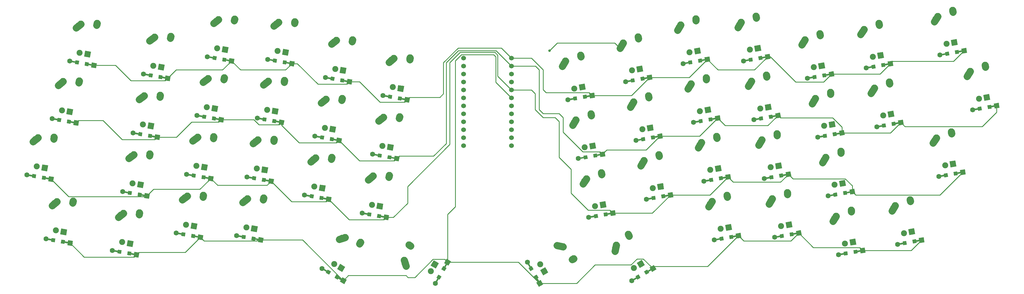
<source format=gbl>
G04 #@! TF.GenerationSoftware,KiCad,Pcbnew,(5.1.4-0-10_14)*
G04 #@! TF.CreationDate,2022-04-12T01:13:52-04:00*
G04 #@! TF.ProjectId,keyboard,6b657962-6f61-4726-942e-6b696361645f,rev?*
G04 #@! TF.SameCoordinates,Original*
G04 #@! TF.FileFunction,Copper,L2,Bot*
G04 #@! TF.FilePolarity,Positive*
%FSLAX46Y46*%
G04 Gerber Fmt 4.6, Leading zero omitted, Abs format (unit mm)*
G04 Created by KiCad (PCBNEW (5.1.4-0-10_14)) date 2022-04-12 01:13:52*
%MOMM*%
%LPD*%
G04 APERTURE LIST*
%ADD10C,1.905000*%
%ADD11C,0.100000*%
%ADD12C,2.250000*%
%ADD13C,2.250000*%
%ADD14C,0.500000*%
%ADD15C,1.600000*%
%ADD16C,1.200000*%
%ADD17C,1.524000*%
%ADD18C,0.800000*%
%ADD19C,0.250000*%
G04 APERTURE END LIST*
D10*
X139976441Y-97960898D03*
D11*
G36*
X138873012Y-98733527D02*
G01*
X139203812Y-96857469D01*
X141079870Y-97188269D01*
X140749070Y-99064327D01*
X138873012Y-98733527D01*
X138873012Y-98733527D01*
G37*
D10*
X137475029Y-97519831D03*
D12*
X137840441Y-88364190D03*
X137068630Y-88969360D03*
D13*
X136296817Y-89574530D02*
X137840443Y-88364190D01*
D12*
X142991412Y-88175784D03*
X142921358Y-88457906D03*
D13*
X142851304Y-88740027D02*
X142991412Y-88175785D01*
D10*
X359392027Y-57264954D03*
D11*
G36*
X358619398Y-58368383D02*
G01*
X358288598Y-56492325D01*
X360164656Y-56161525D01*
X360495456Y-58037583D01*
X358619398Y-58368383D01*
X358619398Y-58368383D01*
G37*
D10*
X356890615Y-57706021D03*
D12*
X354102576Y-48977553D03*
X353584291Y-49810203D03*
D13*
X353066004Y-50642852D02*
X354102578Y-48977554D01*
D12*
X358878467Y-47038774D03*
X358909129Y-47327842D03*
D13*
X358939791Y-47616909D02*
X358878467Y-47038775D01*
D10*
X164306652Y-129231809D03*
D11*
G36*
X163005513Y-129580448D02*
G01*
X163958013Y-127930670D01*
X165607791Y-128883170D01*
X164655291Y-130532948D01*
X163005513Y-129580448D01*
X163005513Y-129580448D01*
G37*
D10*
X162106948Y-127961809D03*
D12*
X165581736Y-119483298D03*
X164649490Y-119787997D03*
D13*
X163717243Y-120092695D02*
X165581737Y-119483299D01*
D12*
X170486505Y-121067991D03*
X170324185Y-121309139D03*
D13*
X170161864Y-121550286D02*
X170486506Y-121067992D01*
D10*
X176629377Y-109500932D03*
D11*
G36*
X175525948Y-110273561D02*
G01*
X175856748Y-108397503D01*
X177732806Y-108728303D01*
X177402006Y-110604361D01*
X175525948Y-110273561D01*
X175525948Y-110273561D01*
G37*
D10*
X174127965Y-109059865D03*
D12*
X174493377Y-99904224D03*
X173721566Y-100509394D03*
D13*
X172949753Y-101114564D02*
X174493379Y-99904224D01*
D12*
X179644348Y-99715818D03*
X179574294Y-99997940D03*
D13*
X179504240Y-100280061D02*
X179644348Y-99715819D01*
D10*
X97150315Y-121430779D03*
D11*
G36*
X96046886Y-122203408D02*
G01*
X96377686Y-120327350D01*
X98253744Y-120658150D01*
X97922944Y-122534208D01*
X96046886Y-122203408D01*
X96046886Y-122203408D01*
G37*
D10*
X94648903Y-120989712D03*
D12*
X95014315Y-111834071D03*
X94242504Y-112439241D03*
D13*
X93470691Y-113044411D02*
X95014317Y-111834071D01*
D12*
X100165286Y-111645665D03*
X100095232Y-111927787D03*
D13*
X100025178Y-112209908D02*
X100165286Y-111645666D01*
D10*
X103766310Y-83909604D03*
D11*
G36*
X102662881Y-84682233D02*
G01*
X102993681Y-82806175D01*
X104869739Y-83136975D01*
X104538939Y-85013033D01*
X102662881Y-84682233D01*
X102662881Y-84682233D01*
G37*
D10*
X101264898Y-83468537D03*
D12*
X101630310Y-74312896D03*
X100858499Y-74918066D03*
D13*
X100086686Y-75523236D02*
X101630312Y-74312896D01*
D12*
X106781281Y-74124490D03*
X106711227Y-74406612D03*
D13*
X106641173Y-74688733D02*
X106781281Y-74124491D01*
D14*
X95997293Y-105107572D03*
D11*
G36*
X97271715Y-105078430D02*
G01*
X97184891Y-105570834D01*
X94722871Y-105136714D01*
X94809695Y-104644310D01*
X97271715Y-105078430D01*
X97271715Y-105078430D01*
G37*
D14*
X101315255Y-106045272D03*
D11*
G36*
X102589677Y-106016130D02*
G01*
X102502853Y-106508534D01*
X100040833Y-106074414D01*
X100127657Y-105582010D01*
X102589677Y-106016130D01*
X102589677Y-106016130D01*
G37*
D15*
X94815524Y-104899194D03*
X102497024Y-106253650D03*
D11*
G36*
X103423789Y-105604722D02*
G01*
X103145952Y-107180415D01*
X101570259Y-106902578D01*
X101848096Y-105326885D01*
X103423789Y-105604722D01*
X103423789Y-105604722D01*
G37*
D16*
X100207346Y-105849918D03*
D11*
G36*
X100902420Y-105363222D02*
G01*
X100694042Y-106544992D01*
X99512272Y-106336614D01*
X99720650Y-105154844D01*
X100902420Y-105363222D01*
X100902420Y-105363222D01*
G37*
D16*
X97105202Y-105302926D03*
D11*
G36*
X97800276Y-104816230D02*
G01*
X97591898Y-105998000D01*
X96410128Y-105789622D01*
X96618506Y-104607852D01*
X97800276Y-104816230D01*
X97800276Y-104816230D01*
G37*
D14*
X237651285Y-75354838D03*
D11*
G36*
X238838883Y-74891576D02*
G01*
X238925707Y-75383980D01*
X236463687Y-75818100D01*
X236376863Y-75325696D01*
X238838883Y-74891576D01*
X238838883Y-74891576D01*
G37*
D14*
X242969247Y-74417138D03*
D11*
G36*
X244156845Y-73953876D02*
G01*
X244243669Y-74446280D01*
X241781649Y-74880400D01*
X241694825Y-74387996D01*
X244156845Y-73953876D01*
X244156845Y-73953876D01*
G37*
D15*
X236469516Y-75563216D03*
X244151016Y-74208760D03*
D11*
G36*
X244799944Y-73281995D02*
G01*
X245077781Y-74857688D01*
X243502088Y-75135525D01*
X243224251Y-73559832D01*
X244799944Y-73281995D01*
X244799944Y-73281995D01*
G37*
D16*
X241861338Y-74612492D03*
D11*
G36*
X242348034Y-73917418D02*
G01*
X242556412Y-75099188D01*
X241374642Y-75307566D01*
X241166264Y-74125796D01*
X242348034Y-73917418D01*
X242348034Y-73917418D01*
G37*
D16*
X238759194Y-75159484D03*
D11*
G36*
X239245890Y-74464410D02*
G01*
X239454268Y-75646180D01*
X238272498Y-75854558D01*
X238064120Y-74672788D01*
X239245890Y-74464410D01*
X239245890Y-74464410D01*
G37*
D14*
X116320715Y-99552300D03*
D11*
G36*
X117595137Y-99523158D02*
G01*
X117508313Y-100015562D01*
X115046293Y-99581442D01*
X115133117Y-99089038D01*
X117595137Y-99523158D01*
X117595137Y-99523158D01*
G37*
D14*
X121638677Y-100490000D03*
D11*
G36*
X122913099Y-100460858D02*
G01*
X122826275Y-100953262D01*
X120364255Y-100519142D01*
X120451079Y-100026738D01*
X122913099Y-100460858D01*
X122913099Y-100460858D01*
G37*
D15*
X115138946Y-99343922D03*
X122820446Y-100698378D03*
D11*
G36*
X123747211Y-100049450D02*
G01*
X123469374Y-101625143D01*
X121893681Y-101347306D01*
X122171518Y-99771613D01*
X123747211Y-100049450D01*
X123747211Y-100049450D01*
G37*
D16*
X120530768Y-100294646D03*
D11*
G36*
X121225842Y-99807950D02*
G01*
X121017464Y-100989720D01*
X119835694Y-100781342D01*
X120044072Y-99599572D01*
X121225842Y-99807950D01*
X121225842Y-99807950D01*
G37*
D16*
X117428624Y-99747654D03*
D11*
G36*
X118123698Y-99260958D02*
G01*
X117915320Y-100442728D01*
X116733550Y-100234350D01*
X116941928Y-99052580D01*
X118123698Y-99260958D01*
X118123698Y-99260958D01*
G37*
D14*
X122936710Y-62031125D03*
D11*
G36*
X124211132Y-62001983D02*
G01*
X124124308Y-62494387D01*
X121662288Y-62060267D01*
X121749112Y-61567863D01*
X124211132Y-62001983D01*
X124211132Y-62001983D01*
G37*
D14*
X128254672Y-62968825D03*
D11*
G36*
X129529094Y-62939683D02*
G01*
X129442270Y-63432087D01*
X126980250Y-62997967D01*
X127067074Y-62505563D01*
X129529094Y-62939683D01*
X129529094Y-62939683D01*
G37*
D15*
X121754941Y-61822747D03*
X129436441Y-63177203D03*
D11*
G36*
X130363206Y-62528275D02*
G01*
X130085369Y-64103968D01*
X128509676Y-63826131D01*
X128787513Y-62250438D01*
X130363206Y-62528275D01*
X130363206Y-62528275D01*
G37*
D16*
X127146763Y-62773471D03*
D11*
G36*
X127841837Y-62286775D02*
G01*
X127633459Y-63468545D01*
X126451689Y-63260167D01*
X126660067Y-62078397D01*
X127841837Y-62286775D01*
X127841837Y-62286775D01*
G37*
D16*
X124044619Y-62226479D03*
D11*
G36*
X124739693Y-61739783D02*
G01*
X124531315Y-62921553D01*
X123349545Y-62713175D01*
X123557923Y-61531405D01*
X124739693Y-61739783D01*
X124739693Y-61739783D01*
G37*
D14*
X153841890Y-106168296D03*
D11*
G36*
X155116312Y-106139154D02*
G01*
X155029488Y-106631558D01*
X152567468Y-106197438D01*
X152654292Y-105705034D01*
X155116312Y-106139154D01*
X155116312Y-106139154D01*
G37*
D14*
X159159852Y-107105996D03*
D11*
G36*
X160434274Y-107076854D02*
G01*
X160347450Y-107569258D01*
X157885430Y-107135138D01*
X157972254Y-106642734D01*
X160434274Y-107076854D01*
X160434274Y-107076854D01*
G37*
D15*
X152660121Y-105959918D03*
X160341621Y-107314374D03*
D11*
G36*
X161268386Y-106665446D02*
G01*
X160990549Y-108241139D01*
X159414856Y-107963302D01*
X159692693Y-106387609D01*
X161268386Y-106665446D01*
X161268386Y-106665446D01*
G37*
D16*
X158051943Y-106910642D03*
D11*
G36*
X158747017Y-106423946D02*
G01*
X158538639Y-107605716D01*
X157356869Y-107397338D01*
X157565247Y-106215568D01*
X158747017Y-106423946D01*
X158747017Y-106423946D01*
G37*
D16*
X154949799Y-106363650D03*
D11*
G36*
X155644873Y-105876954D02*
G01*
X155436495Y-107058724D01*
X154254725Y-106850346D01*
X154463103Y-105668576D01*
X155644873Y-105876954D01*
X155644873Y-105876954D01*
G37*
D14*
X323746343Y-124805860D03*
D11*
G36*
X324933941Y-124342598D02*
G01*
X325020765Y-124835002D01*
X322558745Y-125269122D01*
X322471921Y-124776718D01*
X324933941Y-124342598D01*
X324933941Y-124342598D01*
G37*
D14*
X329064305Y-123868160D03*
D11*
G36*
X330251903Y-123404898D02*
G01*
X330338727Y-123897302D01*
X327876707Y-124331422D01*
X327789883Y-123839018D01*
X330251903Y-123404898D01*
X330251903Y-123404898D01*
G37*
D15*
X322564574Y-125014238D03*
X330246074Y-123659782D03*
D11*
G36*
X330895002Y-122733017D02*
G01*
X331172839Y-124308710D01*
X329597146Y-124586547D01*
X329319309Y-123010854D01*
X330895002Y-122733017D01*
X330895002Y-122733017D01*
G37*
D16*
X327956396Y-124063514D03*
D11*
G36*
X328443092Y-123368440D02*
G01*
X328651470Y-124550210D01*
X327469700Y-124758588D01*
X327261322Y-123576818D01*
X328443092Y-123368440D01*
X328443092Y-123368440D01*
G37*
D16*
X324854252Y-124610506D03*
D11*
G36*
X325340948Y-123915432D02*
G01*
X325549326Y-125097202D01*
X324367556Y-125305580D01*
X324159178Y-124123810D01*
X325340948Y-123915432D01*
X325340948Y-123915432D01*
G37*
D14*
X255977753Y-69584821D03*
D11*
G36*
X257165351Y-69121559D02*
G01*
X257252175Y-69613963D01*
X254790155Y-70048083D01*
X254703331Y-69555679D01*
X257165351Y-69121559D01*
X257165351Y-69121559D01*
G37*
D14*
X261295715Y-68647121D03*
D11*
G36*
X262483313Y-68183859D02*
G01*
X262570137Y-68676263D01*
X260108117Y-69110383D01*
X260021293Y-68617979D01*
X262483313Y-68183859D01*
X262483313Y-68183859D01*
G37*
D15*
X254795984Y-69793199D03*
X262477484Y-68438743D03*
D11*
G36*
X263126412Y-67511978D02*
G01*
X263404249Y-69087671D01*
X261828556Y-69365508D01*
X261550719Y-67789815D01*
X263126412Y-67511978D01*
X263126412Y-67511978D01*
G37*
D16*
X260187806Y-68842475D03*
D11*
G36*
X260674502Y-68147401D02*
G01*
X260882880Y-69329171D01*
X259701110Y-69537549D01*
X259492732Y-68355779D01*
X260674502Y-68147401D01*
X260674502Y-68147401D01*
G37*
D16*
X257085662Y-69389467D03*
D11*
G36*
X257572358Y-68694393D02*
G01*
X257780736Y-69876163D01*
X256598966Y-70084541D01*
X256390588Y-68902771D01*
X257572358Y-68694393D01*
X257572358Y-68694393D01*
G37*
D14*
X79162553Y-63451400D03*
D11*
G36*
X80436975Y-63422258D02*
G01*
X80350151Y-63914662D01*
X77888131Y-63480542D01*
X77974955Y-62988138D01*
X80436975Y-63422258D01*
X80436975Y-63422258D01*
G37*
D14*
X84480515Y-64389100D03*
D11*
G36*
X85754937Y-64359958D02*
G01*
X85668113Y-64852362D01*
X83206093Y-64418242D01*
X83292917Y-63925838D01*
X85754937Y-64359958D01*
X85754937Y-64359958D01*
G37*
D15*
X77980784Y-63243022D03*
X85662284Y-64597478D03*
D11*
G36*
X86589049Y-63948550D02*
G01*
X86311212Y-65524243D01*
X84735519Y-65246406D01*
X85013356Y-63670713D01*
X86589049Y-63948550D01*
X86589049Y-63948550D01*
G37*
D16*
X83372606Y-64193746D03*
D11*
G36*
X84067680Y-63707050D02*
G01*
X83859302Y-64888820D01*
X82677532Y-64680442D01*
X82885910Y-63498672D01*
X84067680Y-63707050D01*
X84067680Y-63707050D01*
G37*
D16*
X80270462Y-63646754D03*
D11*
G36*
X80965536Y-63160058D02*
G01*
X80757158Y-64341828D01*
X79575388Y-64133450D01*
X79783766Y-62951680D01*
X80965536Y-63160058D01*
X80965536Y-63160058D01*
G37*
D14*
X178784353Y-74417138D03*
D11*
G36*
X180058775Y-74387996D02*
G01*
X179971951Y-74880400D01*
X177509931Y-74446280D01*
X177596755Y-73953876D01*
X180058775Y-74387996D01*
X180058775Y-74387996D01*
G37*
D14*
X184102315Y-75354838D03*
D11*
G36*
X185376737Y-75325696D02*
G01*
X185289913Y-75818100D01*
X182827893Y-75383980D01*
X182914717Y-74891576D01*
X185376737Y-75325696D01*
X185376737Y-75325696D01*
G37*
D15*
X177602584Y-74208760D03*
X185284084Y-75563216D03*
D11*
G36*
X186210849Y-74914288D02*
G01*
X185933012Y-76489981D01*
X184357319Y-76212144D01*
X184635156Y-74636451D01*
X186210849Y-74914288D01*
X186210849Y-74914288D01*
G37*
D16*
X182994406Y-75159484D03*
D11*
G36*
X183689480Y-74672788D02*
G01*
X183481102Y-75854558D01*
X182299332Y-75646180D01*
X182507710Y-74464410D01*
X183689480Y-74672788D01*
X183689480Y-74672788D01*
G37*
D16*
X179892262Y-74612492D03*
D11*
G36*
X180587336Y-74125796D02*
G01*
X180378958Y-75307566D01*
X179197188Y-75099188D01*
X179405566Y-73917418D01*
X180587336Y-74125796D01*
X180587336Y-74125796D01*
G37*
D14*
X113012717Y-118312888D03*
D11*
G36*
X114287139Y-118283746D02*
G01*
X114200315Y-118776150D01*
X111738295Y-118342030D01*
X111825119Y-117849626D01*
X114287139Y-118283746D01*
X114287139Y-118283746D01*
G37*
D14*
X118330679Y-119250588D03*
D11*
G36*
X119605101Y-119221446D02*
G01*
X119518277Y-119713850D01*
X117056257Y-119279730D01*
X117143081Y-118787326D01*
X119605101Y-119221446D01*
X119605101Y-119221446D01*
G37*
D15*
X111830948Y-118104510D03*
X119512448Y-119458966D03*
D11*
G36*
X120439213Y-118810038D02*
G01*
X120161376Y-120385731D01*
X118585683Y-120107894D01*
X118863520Y-118532201D01*
X120439213Y-118810038D01*
X120439213Y-118810038D01*
G37*
D16*
X117222770Y-119055234D03*
D11*
G36*
X117917844Y-118568538D02*
G01*
X117709466Y-119750308D01*
X116527696Y-119541930D01*
X116736074Y-118360160D01*
X117917844Y-118568538D01*
X117917844Y-118568538D01*
G37*
D16*
X114120626Y-118508242D03*
D11*
G36*
X114815700Y-118021546D02*
G01*
X114607322Y-119203316D01*
X113425552Y-118994938D01*
X113633930Y-117813168D01*
X114815700Y-118021546D01*
X114815700Y-118021546D01*
G37*
D14*
X332582938Y-65216099D03*
D11*
G36*
X333770536Y-64752837D02*
G01*
X333857360Y-65245241D01*
X331395340Y-65679361D01*
X331308516Y-65186957D01*
X333770536Y-64752837D01*
X333770536Y-64752837D01*
G37*
D14*
X337900900Y-64278399D03*
D11*
G36*
X339088498Y-63815137D02*
G01*
X339175322Y-64307541D01*
X336713302Y-64741661D01*
X336626478Y-64249257D01*
X339088498Y-63815137D01*
X339088498Y-63815137D01*
G37*
D15*
X331401169Y-65424477D03*
X339082669Y-64070021D03*
D11*
G36*
X339731597Y-63143256D02*
G01*
X340009434Y-64718949D01*
X338433741Y-64996786D01*
X338155904Y-63421093D01*
X339731597Y-63143256D01*
X339731597Y-63143256D01*
G37*
D16*
X336792991Y-64473753D03*
D11*
G36*
X337279687Y-63778679D02*
G01*
X337488065Y-64960449D01*
X336306295Y-65168827D01*
X336097917Y-63987057D01*
X337279687Y-63778679D01*
X337279687Y-63778679D01*
G37*
D16*
X333690847Y-65020745D03*
D11*
G36*
X334177543Y-64325671D02*
G01*
X334385921Y-65507441D01*
X333204151Y-65715819D01*
X332995773Y-64534049D01*
X334177543Y-64325671D01*
X334177543Y-64325671D01*
G37*
D14*
X257796031Y-132696440D03*
D11*
G36*
X258753563Y-131854934D02*
G01*
X259003563Y-132287946D01*
X256838499Y-133537946D01*
X256588499Y-133104934D01*
X258753563Y-131854934D01*
X258753563Y-131854934D01*
G37*
D14*
X262472569Y-129996440D03*
D11*
G36*
X263430101Y-129154934D02*
G01*
X263680101Y-129587946D01*
X261515037Y-130837946D01*
X261265037Y-130404934D01*
X263430101Y-129154934D01*
X263430101Y-129154934D01*
G37*
D15*
X256756801Y-133296440D03*
X263511799Y-129396440D03*
D11*
G36*
X263804619Y-128303620D02*
G01*
X264604619Y-129689260D01*
X263218979Y-130489260D01*
X262418979Y-129103620D01*
X263804619Y-128303620D01*
X263804619Y-128303620D01*
G37*
D16*
X261498290Y-130558940D03*
D11*
G36*
X261717905Y-129739325D02*
G01*
X262317905Y-130778555D01*
X261278675Y-131378555D01*
X260678675Y-130339325D01*
X261717905Y-129739325D01*
X261717905Y-129739325D01*
G37*
D16*
X258770310Y-132133940D03*
D11*
G36*
X258989925Y-131314325D02*
G01*
X259589925Y-132353555D01*
X258550695Y-132953555D01*
X257950695Y-131914325D01*
X258989925Y-131314325D01*
X258989925Y-131314325D01*
G37*
D14*
X320438345Y-106045272D03*
D11*
G36*
X321625943Y-105582010D02*
G01*
X321712767Y-106074414D01*
X319250747Y-106508534D01*
X319163923Y-106016130D01*
X321625943Y-105582010D01*
X321625943Y-105582010D01*
G37*
D14*
X325756307Y-105107572D03*
D11*
G36*
X326943905Y-104644310D02*
G01*
X327030729Y-105136714D01*
X324568709Y-105570834D01*
X324481885Y-105078430D01*
X326943905Y-104644310D01*
X326943905Y-104644310D01*
G37*
D15*
X319256576Y-106253650D03*
X326938076Y-104899194D03*
D11*
G36*
X327587004Y-103972429D02*
G01*
X327864841Y-105548122D01*
X326289148Y-105825959D01*
X326011311Y-104250266D01*
X327587004Y-103972429D01*
X327587004Y-103972429D01*
G37*
D16*
X324648398Y-105302926D03*
D11*
G36*
X325135094Y-104607852D02*
G01*
X325343472Y-105789622D01*
X324161702Y-105998000D01*
X323953324Y-104816230D01*
X325135094Y-104607852D01*
X325135094Y-104607852D01*
G37*
D16*
X321546254Y-105849918D03*
D11*
G36*
X322032950Y-105154844D02*
G01*
X322241328Y-106336614D01*
X321059558Y-106544992D01*
X320851180Y-105363222D01*
X322032950Y-105154844D01*
X322032950Y-105154844D01*
G37*
D14*
X65511337Y-99732076D03*
D11*
G36*
X66785759Y-99702934D02*
G01*
X66698935Y-100195338D01*
X64236915Y-99761218D01*
X64323739Y-99268814D01*
X66785759Y-99702934D01*
X66785759Y-99702934D01*
G37*
D14*
X70829299Y-100669776D03*
D11*
G36*
X72103721Y-100640634D02*
G01*
X72016897Y-101133038D01*
X69554877Y-100698918D01*
X69641701Y-100206514D01*
X72103721Y-100640634D01*
X72103721Y-100640634D01*
G37*
D15*
X64329568Y-99523698D03*
X72011068Y-100878154D03*
D11*
G36*
X72937833Y-100229226D02*
G01*
X72659996Y-101804919D01*
X71084303Y-101527082D01*
X71362140Y-99951389D01*
X72937833Y-100229226D01*
X72937833Y-100229226D01*
G37*
D16*
X69721390Y-100474422D03*
D11*
G36*
X70416464Y-99987726D02*
G01*
X70208086Y-101169496D01*
X69026316Y-100961118D01*
X69234694Y-99779348D01*
X70416464Y-99987726D01*
X70416464Y-99987726D01*
G37*
D16*
X66619246Y-99927430D03*
D11*
G36*
X67314320Y-99440734D02*
G01*
X67105942Y-100622504D01*
X65924172Y-100414126D01*
X66132550Y-99232356D01*
X67314320Y-99440734D01*
X67314320Y-99440734D01*
G37*
D14*
X355614448Y-99842776D03*
D11*
G36*
X356802046Y-99379514D02*
G01*
X356888870Y-99871918D01*
X354426850Y-100306038D01*
X354340026Y-99813634D01*
X356802046Y-99379514D01*
X356802046Y-99379514D01*
G37*
D14*
X360932410Y-98905076D03*
D11*
G36*
X362120008Y-98441814D02*
G01*
X362206832Y-98934218D01*
X359744812Y-99368338D01*
X359657988Y-98875934D01*
X362120008Y-98441814D01*
X362120008Y-98441814D01*
G37*
D15*
X354432679Y-100051154D03*
X362114179Y-98696698D03*
D11*
G36*
X362763107Y-97769933D02*
G01*
X363040944Y-99345626D01*
X361465251Y-99623463D01*
X361187414Y-98047770D01*
X362763107Y-97769933D01*
X362763107Y-97769933D01*
G37*
D16*
X359824501Y-99100430D03*
D11*
G36*
X360311197Y-98405356D02*
G01*
X360519575Y-99587126D01*
X359337805Y-99795504D01*
X359129427Y-98613734D01*
X360311197Y-98405356D01*
X360311197Y-98405356D01*
G37*
D16*
X356722357Y-99647422D03*
D11*
G36*
X357209053Y-98952348D02*
G01*
X357417431Y-100134118D01*
X356235661Y-100342496D01*
X356027283Y-99160726D01*
X357209053Y-98952348D01*
X357209053Y-98952348D01*
G37*
D14*
X317130348Y-87284685D03*
D11*
G36*
X318317946Y-86821423D02*
G01*
X318404770Y-87313827D01*
X315942750Y-87747947D01*
X315855926Y-87255543D01*
X318317946Y-86821423D01*
X318317946Y-86821423D01*
G37*
D14*
X322448310Y-86346985D03*
D11*
G36*
X323635908Y-85883723D02*
G01*
X323722732Y-86376127D01*
X321260712Y-86810247D01*
X321173888Y-86317843D01*
X323635908Y-85883723D01*
X323635908Y-85883723D01*
G37*
D15*
X315948579Y-87493063D03*
X323630079Y-86138607D03*
D11*
G36*
X324279007Y-85211842D02*
G01*
X324556844Y-86787535D01*
X322981151Y-87065372D01*
X322703314Y-85489679D01*
X324279007Y-85211842D01*
X324279007Y-85211842D01*
G37*
D16*
X321340401Y-86542339D03*
D11*
G36*
X321827097Y-85847265D02*
G01*
X322035475Y-87029035D01*
X320853705Y-87237413D01*
X320645327Y-86055643D01*
X321827097Y-85847265D01*
X321827097Y-85847265D01*
G37*
D16*
X318238257Y-87089331D03*
D11*
G36*
X318724953Y-86394257D02*
G01*
X318933331Y-87576027D01*
X317751561Y-87784405D01*
X317543183Y-86602635D01*
X318724953Y-86394257D01*
X318724953Y-86394257D01*
G37*
D14*
X119628713Y-80791713D03*
D11*
G36*
X120903135Y-80762571D02*
G01*
X120816311Y-81254975D01*
X118354291Y-80820855D01*
X118441115Y-80328451D01*
X120903135Y-80762571D01*
X120903135Y-80762571D01*
G37*
D14*
X124946675Y-81729413D03*
D11*
G36*
X126221097Y-81700271D02*
G01*
X126134273Y-82192675D01*
X123672253Y-81758555D01*
X123759077Y-81266151D01*
X126221097Y-81700271D01*
X126221097Y-81700271D01*
G37*
D15*
X118446944Y-80583335D03*
X126128444Y-81937791D03*
D11*
G36*
X127055209Y-81288863D02*
G01*
X126777372Y-82864556D01*
X125201679Y-82586719D01*
X125479516Y-81011026D01*
X127055209Y-81288863D01*
X127055209Y-81288863D01*
G37*
D16*
X123838766Y-81534059D03*
D11*
G36*
X124533840Y-81047363D02*
G01*
X124325462Y-82229133D01*
X123143692Y-82020755D01*
X123352070Y-80838985D01*
X124533840Y-81047363D01*
X124533840Y-81047363D01*
G37*
D16*
X120736622Y-80987067D03*
D11*
G36*
X121431696Y-80500371D02*
G01*
X121223318Y-81682141D01*
X120041548Y-81473763D01*
X120249926Y-80291993D01*
X121431696Y-80500371D01*
X121431696Y-80500371D01*
G37*
D14*
X342506931Y-121497862D03*
D11*
G36*
X343694529Y-121034600D02*
G01*
X343781353Y-121527004D01*
X341319333Y-121961124D01*
X341232509Y-121468720D01*
X343694529Y-121034600D01*
X343694529Y-121034600D01*
G37*
D14*
X347824893Y-120560162D03*
D11*
G36*
X349012491Y-120096900D02*
G01*
X349099315Y-120589304D01*
X346637295Y-121023424D01*
X346550471Y-120531020D01*
X349012491Y-120096900D01*
X349012491Y-120096900D01*
G37*
D15*
X341325162Y-121706240D03*
X349006662Y-120351784D03*
D11*
G36*
X349655590Y-119425019D02*
G01*
X349933427Y-121000712D01*
X348357734Y-121278549D01*
X348079897Y-119702856D01*
X349655590Y-119425019D01*
X349655590Y-119425019D01*
G37*
D16*
X346716984Y-120755516D03*
D11*
G36*
X347203680Y-120060442D02*
G01*
X347412058Y-121242212D01*
X346230288Y-121450590D01*
X346021910Y-120268820D01*
X347203680Y-120060442D01*
X347203680Y-120060442D01*
G37*
D16*
X343614840Y-121302508D03*
D11*
G36*
X344101536Y-120607434D02*
G01*
X344309914Y-121789204D01*
X343128144Y-121997582D01*
X342919766Y-120815812D01*
X344101536Y-120607434D01*
X344101536Y-120607434D01*
G37*
D14*
X160457885Y-68647121D03*
D11*
G36*
X161732307Y-68617979D02*
G01*
X161645483Y-69110383D01*
X159183463Y-68676263D01*
X159270287Y-68183859D01*
X161732307Y-68617979D01*
X161732307Y-68617979D01*
G37*
D14*
X165775847Y-69584821D03*
D11*
G36*
X167050269Y-69555679D02*
G01*
X166963445Y-70048083D01*
X164501425Y-69613963D01*
X164588249Y-69121559D01*
X167050269Y-69555679D01*
X167050269Y-69555679D01*
G37*
D15*
X159276116Y-68438743D03*
X166957616Y-69793199D03*
D11*
G36*
X167884381Y-69144271D02*
G01*
X167606544Y-70719964D01*
X166030851Y-70442127D01*
X166308688Y-68866434D01*
X167884381Y-69144271D01*
X167884381Y-69144271D01*
G37*
D16*
X164667938Y-69389467D03*
D11*
G36*
X165363012Y-68902771D02*
G01*
X165154634Y-70084541D01*
X163972864Y-69876163D01*
X164181242Y-68694393D01*
X165363012Y-68902771D01*
X165363012Y-68902771D01*
G37*
D16*
X161565794Y-68842475D03*
D11*
G36*
X162260868Y-68355779D02*
G01*
X162052490Y-69537549D01*
X160870720Y-69329171D01*
X161079098Y-68147401D01*
X162260868Y-68355779D01*
X162260868Y-68355779D01*
G37*
D14*
X335890936Y-83976687D03*
D11*
G36*
X337078534Y-83513425D02*
G01*
X337165358Y-84005829D01*
X334703338Y-84439949D01*
X334616514Y-83947545D01*
X337078534Y-83513425D01*
X337078534Y-83513425D01*
G37*
D14*
X341208898Y-83038987D03*
D11*
G36*
X342396496Y-82575725D02*
G01*
X342483320Y-83068129D01*
X340021300Y-83502249D01*
X339934476Y-83009845D01*
X342396496Y-82575725D01*
X342396496Y-82575725D01*
G37*
D15*
X334709167Y-84185065D03*
X342390667Y-82830609D03*
D11*
G36*
X343039595Y-81903844D02*
G01*
X343317432Y-83479537D01*
X341741739Y-83757374D01*
X341463902Y-82181681D01*
X343039595Y-81903844D01*
X343039595Y-81903844D01*
G37*
D16*
X340100989Y-83234341D03*
D11*
G36*
X340587685Y-82539267D02*
G01*
X340796063Y-83721037D01*
X339614293Y-83929415D01*
X339405915Y-82747645D01*
X340587685Y-82539267D01*
X340587685Y-82539267D01*
G37*
D16*
X336998845Y-83781333D03*
D11*
G36*
X337485541Y-83086259D02*
G01*
X337693919Y-84268029D01*
X336512149Y-84476407D01*
X336303771Y-83294637D01*
X337485541Y-83086259D01*
X337485541Y-83086259D01*
G37*
D14*
X102613288Y-67586397D03*
D11*
G36*
X103887710Y-67557255D02*
G01*
X103800886Y-68049659D01*
X101338866Y-67615539D01*
X101425690Y-67123135D01*
X103887710Y-67557255D01*
X103887710Y-67557255D01*
G37*
D14*
X107931250Y-68524097D03*
D11*
G36*
X109205672Y-68494955D02*
G01*
X109118848Y-68987359D01*
X106656828Y-68553239D01*
X106743652Y-68060835D01*
X109205672Y-68494955D01*
X109205672Y-68494955D01*
G37*
D15*
X101431519Y-67378019D03*
X109113019Y-68732475D03*
D11*
G36*
X110039784Y-68083547D02*
G01*
X109761947Y-69659240D01*
X108186254Y-69381403D01*
X108464091Y-67805710D01*
X110039784Y-68083547D01*
X110039784Y-68083547D01*
G37*
D16*
X106823341Y-68328743D03*
D11*
G36*
X107518415Y-67842047D02*
G01*
X107310037Y-69023817D01*
X106128267Y-68815439D01*
X106336645Y-67633669D01*
X107518415Y-67842047D01*
X107518415Y-67842047D01*
G37*
D16*
X103721197Y-67781751D03*
D11*
G36*
X104416271Y-67295055D02*
G01*
X104207893Y-68476825D01*
X103026123Y-68268447D01*
X103234501Y-67086677D01*
X104416271Y-67295055D01*
X104416271Y-67295055D01*
G37*
D14*
X313822350Y-68524097D03*
D11*
G36*
X315009948Y-68060835D02*
G01*
X315096772Y-68553239D01*
X312634752Y-68987359D01*
X312547928Y-68494955D01*
X315009948Y-68060835D01*
X315009948Y-68060835D01*
G37*
D14*
X319140312Y-67586397D03*
D11*
G36*
X320327910Y-67123135D02*
G01*
X320414734Y-67615539D01*
X317952714Y-68049659D01*
X317865890Y-67557255D01*
X320327910Y-67123135D01*
X320327910Y-67123135D01*
G37*
D15*
X312640581Y-68732475D03*
X320322081Y-67378019D03*
D11*
G36*
X320971009Y-66451254D02*
G01*
X321248846Y-68026947D01*
X319673153Y-68304784D01*
X319395316Y-66729091D01*
X320971009Y-66451254D01*
X320971009Y-66451254D01*
G37*
D16*
X318032403Y-67781751D03*
D11*
G36*
X318519099Y-67086677D02*
G01*
X318727477Y-68268447D01*
X317545707Y-68476825D01*
X317337329Y-67295055D01*
X318519099Y-67086677D01*
X318519099Y-67086677D01*
G37*
D16*
X314930259Y-68328743D03*
D11*
G36*
X315416955Y-67633669D02*
G01*
X315625333Y-68815439D01*
X314443563Y-69023817D01*
X314235185Y-67842047D01*
X315416955Y-67633669D01*
X315416955Y-67633669D01*
G37*
D14*
X293498928Y-62968825D03*
D11*
G36*
X294686526Y-62505563D02*
G01*
X294773350Y-62997967D01*
X292311330Y-63432087D01*
X292224506Y-62939683D01*
X294686526Y-62505563D01*
X294686526Y-62505563D01*
G37*
D14*
X298816890Y-62031125D03*
D11*
G36*
X300004488Y-61567863D02*
G01*
X300091312Y-62060267D01*
X297629292Y-62494387D01*
X297542468Y-62001983D01*
X300004488Y-61567863D01*
X300004488Y-61567863D01*
G37*
D15*
X292317159Y-63177203D03*
X299998659Y-61822747D03*
D11*
G36*
X300647587Y-60895982D02*
G01*
X300925424Y-62471675D01*
X299349731Y-62749512D01*
X299071894Y-61173819D01*
X300647587Y-60895982D01*
X300647587Y-60895982D01*
G37*
D16*
X297708981Y-62226479D03*
D11*
G36*
X298195677Y-61531405D02*
G01*
X298404055Y-62713175D01*
X297222285Y-62921553D01*
X297013907Y-61739783D01*
X298195677Y-61531405D01*
X298195677Y-61531405D01*
G37*
D16*
X294606837Y-62773471D03*
D11*
G36*
X295093533Y-62078397D02*
G01*
X295301911Y-63260167D01*
X294120141Y-63468545D01*
X293911763Y-62286775D01*
X295093533Y-62078397D01*
X295093533Y-62078397D01*
G37*
D14*
X244267280Y-112876013D03*
D11*
G36*
X245454878Y-112412751D02*
G01*
X245541702Y-112905155D01*
X243079682Y-113339275D01*
X242992858Y-112846871D01*
X245454878Y-112412751D01*
X245454878Y-112412751D01*
G37*
D14*
X249585242Y-111938313D03*
D11*
G36*
X250772840Y-111475051D02*
G01*
X250859664Y-111967455D01*
X248397644Y-112401575D01*
X248310820Y-111909171D01*
X250772840Y-111475051D01*
X250772840Y-111475051D01*
G37*
D15*
X243085511Y-113084391D03*
X250767011Y-111729935D03*
D11*
G36*
X251415939Y-110803170D02*
G01*
X251693776Y-112378863D01*
X250118083Y-112656700D01*
X249840246Y-111081007D01*
X251415939Y-110803170D01*
X251415939Y-110803170D01*
G37*
D16*
X248477333Y-112133667D03*
D11*
G36*
X248964029Y-111438593D02*
G01*
X249172407Y-112620363D01*
X247990637Y-112828741D01*
X247782259Y-111646971D01*
X248964029Y-111438593D01*
X248964029Y-111438593D01*
G37*
D16*
X245375189Y-112680659D03*
D11*
G36*
X245861885Y-111985585D02*
G01*
X246070263Y-113167355D01*
X244888493Y-113375733D01*
X244680115Y-112193963D01*
X245861885Y-111985585D01*
X245861885Y-111985585D01*
G37*
D14*
X132207424Y-119158867D03*
D11*
G36*
X133481846Y-119129725D02*
G01*
X133395022Y-119622129D01*
X130933002Y-119188009D01*
X131019826Y-118695605D01*
X133481846Y-119129725D01*
X133481846Y-119129725D01*
G37*
D14*
X137525386Y-120096567D03*
D11*
G36*
X138799808Y-120067425D02*
G01*
X138712984Y-120559829D01*
X136250964Y-120125709D01*
X136337788Y-119633305D01*
X138799808Y-120067425D01*
X138799808Y-120067425D01*
G37*
D15*
X131025655Y-118950489D03*
X138707155Y-120304945D03*
D11*
G36*
X139633920Y-119656017D02*
G01*
X139356083Y-121231710D01*
X137780390Y-120953873D01*
X138058227Y-119378180D01*
X139633920Y-119656017D01*
X139633920Y-119656017D01*
G37*
D16*
X136417477Y-119901213D03*
D11*
G36*
X137112551Y-119414517D02*
G01*
X136904173Y-120596287D01*
X135722403Y-120387909D01*
X135930781Y-119206139D01*
X137112551Y-119414517D01*
X137112551Y-119414517D01*
G37*
D16*
X133315333Y-119354221D03*
D11*
G36*
X134010407Y-118867525D02*
G01*
X133802029Y-120049295D01*
X132620259Y-119840917D01*
X132828637Y-118659147D01*
X134010407Y-118867525D01*
X134010407Y-118867525D01*
G37*
D14*
X262593748Y-107105996D03*
D11*
G36*
X263781346Y-106642734D02*
G01*
X263868170Y-107135138D01*
X261406150Y-107569258D01*
X261319326Y-107076854D01*
X263781346Y-106642734D01*
X263781346Y-106642734D01*
G37*
D14*
X267911710Y-106168296D03*
D11*
G36*
X269099308Y-105705034D02*
G01*
X269186132Y-106197438D01*
X266724112Y-106631558D01*
X266637288Y-106139154D01*
X269099308Y-105705034D01*
X269099308Y-105705034D01*
G37*
D15*
X261411979Y-107314374D03*
X269093479Y-105959918D03*
D11*
G36*
X269742407Y-105033153D02*
G01*
X270020244Y-106608846D01*
X268444551Y-106886683D01*
X268166714Y-105310990D01*
X269742407Y-105033153D01*
X269742407Y-105033153D01*
G37*
D16*
X266803801Y-106363650D03*
D11*
G36*
X267290497Y-105668576D02*
G01*
X267498875Y-106850346D01*
X266317105Y-107058724D01*
X266108727Y-105876954D01*
X267290497Y-105668576D01*
X267290497Y-105668576D01*
G37*
D16*
X263701657Y-106910642D03*
D11*
G36*
X264188353Y-106215568D02*
G01*
X264396731Y-107397338D01*
X263214961Y-107605716D01*
X263006583Y-106423946D01*
X264188353Y-106215568D01*
X264188353Y-106215568D01*
G37*
D14*
X284228214Y-120096567D03*
D11*
G36*
X285415812Y-119633305D02*
G01*
X285502636Y-120125709D01*
X283040616Y-120559829D01*
X282953792Y-120067425D01*
X285415812Y-119633305D01*
X285415812Y-119633305D01*
G37*
D14*
X289546176Y-119158867D03*
D11*
G36*
X290733774Y-118695605D02*
G01*
X290820598Y-119188009D01*
X288358578Y-119622129D01*
X288271754Y-119129725D01*
X290733774Y-118695605D01*
X290733774Y-118695605D01*
G37*
D15*
X283046445Y-120304945D03*
X290727945Y-118950489D03*
D11*
G36*
X291376873Y-118023724D02*
G01*
X291654710Y-119599417D01*
X290079017Y-119877254D01*
X289801180Y-118301561D01*
X291376873Y-118023724D01*
X291376873Y-118023724D01*
G37*
D16*
X288438267Y-119354221D03*
D11*
G36*
X288924963Y-118659147D02*
G01*
X289133341Y-119840917D01*
X287951571Y-120049295D01*
X287743193Y-118867525D01*
X288924963Y-118659147D01*
X288924963Y-118659147D01*
G37*
D16*
X285336123Y-119901213D03*
D11*
G36*
X285822819Y-119206139D02*
G01*
X286031197Y-120387909D01*
X284849427Y-120596287D01*
X284641049Y-119414517D01*
X285822819Y-119206139D01*
X285822819Y-119206139D01*
G37*
D14*
X296806926Y-81729413D03*
D11*
G36*
X297994524Y-81266151D02*
G01*
X298081348Y-81758555D01*
X295619328Y-82192675D01*
X295532504Y-81700271D01*
X297994524Y-81266151D01*
X297994524Y-81266151D01*
G37*
D14*
X302124888Y-80791713D03*
D11*
G36*
X303312486Y-80328451D02*
G01*
X303399310Y-80820855D01*
X300937290Y-81254975D01*
X300850466Y-80762571D01*
X303312486Y-80328451D01*
X303312486Y-80328451D01*
G37*
D15*
X295625157Y-81937791D03*
X303306657Y-80583335D03*
D11*
G36*
X303955585Y-79656570D02*
G01*
X304233422Y-81232263D01*
X302657729Y-81510100D01*
X302379892Y-79934407D01*
X303955585Y-79656570D01*
X303955585Y-79656570D01*
G37*
D16*
X301016979Y-80987067D03*
D11*
G36*
X301503675Y-80291993D02*
G01*
X301712053Y-81473763D01*
X300530283Y-81682141D01*
X300321905Y-80500371D01*
X301503675Y-80291993D01*
X301503675Y-80291993D01*
G37*
D16*
X297914835Y-81534059D03*
D11*
G36*
X298401531Y-80838985D02*
G01*
X298609909Y-82020755D01*
X297428139Y-82229133D01*
X297219761Y-81047363D01*
X298401531Y-80838985D01*
X298401531Y-80838985D01*
G37*
D14*
X277612219Y-82575392D03*
D11*
G36*
X278799817Y-82112130D02*
G01*
X278886641Y-82604534D01*
X276424621Y-83038654D01*
X276337797Y-82546250D01*
X278799817Y-82112130D01*
X278799817Y-82112130D01*
G37*
D14*
X282930181Y-81637692D03*
D11*
G36*
X284117779Y-81174430D02*
G01*
X284204603Y-81666834D01*
X281742583Y-82100954D01*
X281655759Y-81608550D01*
X284117779Y-81174430D01*
X284117779Y-81174430D01*
G37*
D15*
X276430450Y-82783770D03*
X284111950Y-81429314D03*
D11*
G36*
X284760878Y-80502549D02*
G01*
X285038715Y-82078242D01*
X283463022Y-82356079D01*
X283185185Y-80780386D01*
X284760878Y-80502549D01*
X284760878Y-80502549D01*
G37*
D16*
X281822272Y-81833046D03*
D11*
G36*
X282308968Y-81137972D02*
G01*
X282517346Y-82319742D01*
X281335576Y-82528120D01*
X281127198Y-81346350D01*
X282308968Y-81137972D01*
X282308968Y-81137972D01*
G37*
D16*
X278720128Y-82380038D03*
D11*
G36*
X279206824Y-81684964D02*
G01*
X279415202Y-82866734D01*
X278233432Y-83075112D01*
X278025054Y-81893342D01*
X279206824Y-81684964D01*
X279206824Y-81684964D01*
G37*
D14*
X259285751Y-88345409D03*
D11*
G36*
X260473349Y-87882147D02*
G01*
X260560173Y-88374551D01*
X258098153Y-88808671D01*
X258011329Y-88316267D01*
X260473349Y-87882147D01*
X260473349Y-87882147D01*
G37*
D14*
X264603713Y-87407709D03*
D11*
G36*
X265791311Y-86944447D02*
G01*
X265878135Y-87436851D01*
X263416115Y-87870971D01*
X263329291Y-87378567D01*
X265791311Y-86944447D01*
X265791311Y-86944447D01*
G37*
D15*
X258103982Y-88553787D03*
X265785482Y-87199331D03*
D11*
G36*
X266434410Y-86272566D02*
G01*
X266712247Y-87848259D01*
X265136554Y-88126096D01*
X264858717Y-86550403D01*
X266434410Y-86272566D01*
X266434410Y-86272566D01*
G37*
D16*
X263495804Y-87603063D03*
D11*
G36*
X263982500Y-86907989D02*
G01*
X264190878Y-88089759D01*
X263009108Y-88298137D01*
X262800730Y-87116367D01*
X263982500Y-86907989D01*
X263982500Y-86907989D01*
G37*
D16*
X260393660Y-88150055D03*
D11*
G36*
X260880356Y-87454981D02*
G01*
X261088734Y-88636751D01*
X259906964Y-88845129D01*
X259698586Y-87663359D01*
X260880356Y-87454981D01*
X260880356Y-87454981D01*
G37*
D14*
X274304221Y-63814804D03*
D11*
G36*
X275491819Y-63351542D02*
G01*
X275578643Y-63843946D01*
X273116623Y-64278066D01*
X273029799Y-63785662D01*
X275491819Y-63351542D01*
X275491819Y-63351542D01*
G37*
D14*
X279622183Y-62877104D03*
D11*
G36*
X280809781Y-62413842D02*
G01*
X280896605Y-62906246D01*
X278434585Y-63340366D01*
X278347761Y-62847962D01*
X280809781Y-62413842D01*
X280809781Y-62413842D01*
G37*
D15*
X273122452Y-64023182D03*
X280803952Y-62668726D03*
D11*
G36*
X281452880Y-61741961D02*
G01*
X281730717Y-63317654D01*
X280155024Y-63595491D01*
X279877187Y-62019798D01*
X281452880Y-61741961D01*
X281452880Y-61741961D01*
G37*
D16*
X278514274Y-63072458D03*
D11*
G36*
X279000970Y-62377384D02*
G01*
X279209348Y-63559154D01*
X278027578Y-63767532D01*
X277819200Y-62585762D01*
X279000970Y-62377384D01*
X279000970Y-62377384D01*
G37*
D16*
X275412130Y-63619450D03*
D11*
G36*
X275898826Y-62924376D02*
G01*
X276107204Y-64106146D01*
X274925434Y-64314524D01*
X274717056Y-63132754D01*
X275898826Y-62924376D01*
X275898826Y-62924376D01*
G37*
D14*
X240959283Y-94115426D03*
D11*
G36*
X242146881Y-93652164D02*
G01*
X242233705Y-94144568D01*
X239771685Y-94578688D01*
X239684861Y-94086284D01*
X242146881Y-93652164D01*
X242146881Y-93652164D01*
G37*
D14*
X246277245Y-93177726D03*
D11*
G36*
X247464843Y-92714464D02*
G01*
X247551667Y-93206868D01*
X245089647Y-93640988D01*
X245002823Y-93148584D01*
X247464843Y-92714464D01*
X247464843Y-92714464D01*
G37*
D15*
X239777514Y-94323804D03*
X247459014Y-92969348D03*
D11*
G36*
X248107942Y-92042583D02*
G01*
X248385779Y-93618276D01*
X246810086Y-93896113D01*
X246532249Y-92320420D01*
X248107942Y-92042583D01*
X248107942Y-92042583D01*
G37*
D16*
X245169336Y-93373080D03*
D11*
G36*
X245656032Y-92678006D02*
G01*
X245864410Y-93859776D01*
X244682640Y-94068154D01*
X244474262Y-92886384D01*
X245656032Y-92678006D01*
X245656032Y-92678006D01*
G37*
D16*
X242067192Y-93920072D03*
D11*
G36*
X242553888Y-93224998D02*
G01*
X242762266Y-94406768D01*
X241580496Y-94615146D01*
X241372118Y-93433376D01*
X242553888Y-93224998D01*
X242553888Y-93224998D01*
G37*
D14*
X175476356Y-93177726D03*
D11*
G36*
X176750778Y-93148584D02*
G01*
X176663954Y-93640988D01*
X174201934Y-93206868D01*
X174288758Y-92714464D01*
X176750778Y-93148584D01*
X176750778Y-93148584D01*
G37*
D14*
X180794318Y-94115426D03*
D11*
G36*
X182068740Y-94086284D02*
G01*
X181981916Y-94578688D01*
X179519896Y-94144568D01*
X179606720Y-93652164D01*
X182068740Y-94086284D01*
X182068740Y-94086284D01*
G37*
D15*
X174294587Y-92969348D03*
X181976087Y-94323804D03*
D11*
G36*
X182902852Y-93674876D02*
G01*
X182625015Y-95250569D01*
X181049322Y-94972732D01*
X181327159Y-93397039D01*
X182902852Y-93674876D01*
X182902852Y-93674876D01*
G37*
D16*
X179686409Y-93920072D03*
D11*
G36*
X180381483Y-93433376D02*
G01*
X180173105Y-94615146D01*
X178991335Y-94406768D01*
X179199713Y-93224998D01*
X180381483Y-93433376D01*
X180381483Y-93433376D01*
G37*
D16*
X176584265Y-93373080D03*
D11*
G36*
X177279339Y-92886384D02*
G01*
X177070961Y-94068154D01*
X175889191Y-93859776D01*
X176097569Y-92678006D01*
X177279339Y-92886384D01*
X177279339Y-92886384D01*
G37*
D14*
X157149888Y-87407709D03*
D11*
G36*
X158424310Y-87378567D02*
G01*
X158337486Y-87870971D01*
X155875466Y-87436851D01*
X155962290Y-86944447D01*
X158424310Y-87378567D01*
X158424310Y-87378567D01*
G37*
D14*
X162467850Y-88345409D03*
D11*
G36*
X163742272Y-88316267D02*
G01*
X163655448Y-88808671D01*
X161193428Y-88374551D01*
X161280252Y-87882147D01*
X163742272Y-88316267D01*
X163742272Y-88316267D01*
G37*
D15*
X155968119Y-87199331D03*
X163649619Y-88553787D03*
D11*
G36*
X164576384Y-87904859D02*
G01*
X164298547Y-89480552D01*
X162722854Y-89202715D01*
X163000691Y-87627022D01*
X164576384Y-87904859D01*
X164576384Y-87904859D01*
G37*
D16*
X161359941Y-88150055D03*
D11*
G36*
X162055015Y-87663359D02*
G01*
X161846637Y-88845129D01*
X160664867Y-88636751D01*
X160873245Y-87454981D01*
X162055015Y-87663359D01*
X162055015Y-87663359D01*
G37*
D16*
X158257797Y-87603063D03*
D11*
G36*
X158952871Y-87116367D02*
G01*
X158744493Y-88298137D01*
X157562723Y-88089759D01*
X157771101Y-86907989D01*
X158952871Y-87116367D01*
X158952871Y-87116367D01*
G37*
D14*
X366376891Y-78601191D03*
D11*
G36*
X367564489Y-78137929D02*
G01*
X367651313Y-78630333D01*
X365189293Y-79064453D01*
X365102469Y-78572049D01*
X367564489Y-78137929D01*
X367564489Y-78137929D01*
G37*
D14*
X371694853Y-77663491D03*
D11*
G36*
X372882451Y-77200229D02*
G01*
X372969275Y-77692633D01*
X370507255Y-78126753D01*
X370420431Y-77634349D01*
X372882451Y-77200229D01*
X372882451Y-77200229D01*
G37*
D15*
X365195122Y-78809569D03*
X372876622Y-77455113D03*
D11*
G36*
X373525550Y-76528348D02*
G01*
X373803387Y-78104041D01*
X372227694Y-78381878D01*
X371949857Y-76806185D01*
X373525550Y-76528348D01*
X373525550Y-76528348D01*
G37*
D16*
X370586944Y-77858845D03*
D11*
G36*
X371073640Y-77163771D02*
G01*
X371282018Y-78345541D01*
X370100248Y-78553919D01*
X369891870Y-77372149D01*
X371073640Y-77163771D01*
X371073640Y-77163771D01*
G37*
D16*
X367484800Y-78405837D03*
D11*
G36*
X367971496Y-77710763D02*
G01*
X368179874Y-78892533D01*
X366998104Y-79100911D01*
X366789726Y-77919141D01*
X367971496Y-77710763D01*
X367971496Y-77710763D01*
G37*
D14*
X142131417Y-62877104D03*
D11*
G36*
X143405839Y-62847962D02*
G01*
X143319015Y-63340366D01*
X140856995Y-62906246D01*
X140943819Y-62413842D01*
X143405839Y-62847962D01*
X143405839Y-62847962D01*
G37*
D14*
X147449379Y-63814804D03*
D11*
G36*
X148723801Y-63785662D02*
G01*
X148636977Y-64278066D01*
X146174957Y-63843946D01*
X146261781Y-63351542D01*
X148723801Y-63785662D01*
X148723801Y-63785662D01*
G37*
D15*
X140949648Y-62668726D03*
X148631148Y-64023182D03*
D11*
G36*
X149557913Y-63374254D02*
G01*
X149280076Y-64949947D01*
X147704383Y-64672110D01*
X147982220Y-63096417D01*
X149557913Y-63374254D01*
X149557913Y-63374254D01*
G37*
D16*
X146341470Y-63619450D03*
D11*
G36*
X147036544Y-63132754D02*
G01*
X146828166Y-64314524D01*
X145646396Y-64106146D01*
X145854774Y-62924376D01*
X147036544Y-63132754D01*
X147036544Y-63132754D01*
G37*
D16*
X143239326Y-63072458D03*
D11*
G36*
X143934400Y-62585762D02*
G01*
X143726022Y-63767532D01*
X142544252Y-63559154D01*
X142752630Y-62377384D01*
X143934400Y-62585762D01*
X143934400Y-62585762D01*
G37*
D14*
X303422921Y-119250588D03*
D11*
G36*
X304610519Y-118787326D02*
G01*
X304697343Y-119279730D01*
X302235323Y-119713850D01*
X302148499Y-119221446D01*
X304610519Y-118787326D01*
X304610519Y-118787326D01*
G37*
D14*
X308740883Y-118312888D03*
D11*
G36*
X309928481Y-117849626D02*
G01*
X310015305Y-118342030D01*
X307553285Y-118776150D01*
X307466461Y-118283746D01*
X309928481Y-117849626D01*
X309928481Y-117849626D01*
G37*
D15*
X302241152Y-119458966D03*
X309922652Y-118104510D03*
D11*
G36*
X310571580Y-117177745D02*
G01*
X310849417Y-118753438D01*
X309273724Y-119031275D01*
X308995887Y-117455582D01*
X310571580Y-117177745D01*
X310571580Y-117177745D01*
G37*
D16*
X307632974Y-118508242D03*
D11*
G36*
X308119670Y-117813168D02*
G01*
X308328048Y-118994938D01*
X307146278Y-119203316D01*
X306937900Y-118021546D01*
X308119670Y-117813168D01*
X308119670Y-117813168D01*
G37*
D16*
X304530830Y-119055234D03*
D11*
G36*
X305017526Y-118360160D02*
G01*
X305225904Y-119541930D01*
X304044134Y-119750308D01*
X303835756Y-118568538D01*
X305017526Y-118360160D01*
X305017526Y-118360160D01*
G37*
D14*
X300114923Y-100490000D03*
D11*
G36*
X301302521Y-100026738D02*
G01*
X301389345Y-100519142D01*
X298927325Y-100953262D01*
X298840501Y-100460858D01*
X301302521Y-100026738D01*
X301302521Y-100026738D01*
G37*
D14*
X305432885Y-99552300D03*
D11*
G36*
X306620483Y-99089038D02*
G01*
X306707307Y-99581442D01*
X304245287Y-100015562D01*
X304158463Y-99523158D01*
X306620483Y-99089038D01*
X306620483Y-99089038D01*
G37*
D15*
X298933154Y-100698378D03*
X306614654Y-99343922D03*
D11*
G36*
X307263582Y-98417157D02*
G01*
X307541419Y-99992850D01*
X305965726Y-100270687D01*
X305687889Y-98694994D01*
X307263582Y-98417157D01*
X307263582Y-98417157D01*
G37*
D16*
X304324976Y-99747654D03*
D11*
G36*
X304811672Y-99052580D02*
G01*
X305020050Y-100234350D01*
X303838280Y-100442728D01*
X303629902Y-99260958D01*
X304811672Y-99052580D01*
X304811672Y-99052580D01*
G37*
D16*
X301222832Y-100294646D03*
D11*
G36*
X301709528Y-99599572D02*
G01*
X301917906Y-100781342D01*
X300736136Y-100989720D01*
X300527758Y-99807950D01*
X301709528Y-99599572D01*
X301709528Y-99599572D01*
G37*
D14*
X138823420Y-81637692D03*
D11*
G36*
X140097842Y-81608550D02*
G01*
X140011018Y-82100954D01*
X137548998Y-81666834D01*
X137635822Y-81174430D01*
X140097842Y-81608550D01*
X140097842Y-81608550D01*
G37*
D14*
X144141382Y-82575392D03*
D11*
G36*
X145415804Y-82546250D02*
G01*
X145328980Y-83038654D01*
X142866960Y-82604534D01*
X142953784Y-82112130D01*
X145415804Y-82546250D01*
X145415804Y-82546250D01*
G37*
D15*
X137641651Y-81429314D03*
X145323151Y-82783770D03*
D11*
G36*
X146249916Y-82134842D02*
G01*
X145972079Y-83710535D01*
X144396386Y-83432698D01*
X144674223Y-81857005D01*
X146249916Y-82134842D01*
X146249916Y-82134842D01*
G37*
D16*
X143033473Y-82380038D03*
D11*
G36*
X143728547Y-81893342D02*
G01*
X143520169Y-83075112D01*
X142338399Y-82866734D01*
X142546777Y-81684964D01*
X143728547Y-81893342D01*
X143728547Y-81893342D01*
G37*
D16*
X139931329Y-81833046D03*
D11*
G36*
X140626403Y-81346350D02*
G01*
X140418025Y-82528120D01*
X139236255Y-82319742D01*
X139444633Y-81137972D01*
X140626403Y-81346350D01*
X140626403Y-81346350D01*
G37*
D14*
X71583634Y-120146663D03*
D11*
G36*
X72858056Y-120117521D02*
G01*
X72771232Y-120609925D01*
X70309212Y-120175805D01*
X70396036Y-119683401D01*
X72858056Y-120117521D01*
X72858056Y-120117521D01*
G37*
D14*
X76901596Y-121084363D03*
D11*
G36*
X78176018Y-121055221D02*
G01*
X78089194Y-121547625D01*
X75627174Y-121113505D01*
X75713998Y-120621101D01*
X78176018Y-121055221D01*
X78176018Y-121055221D01*
G37*
D15*
X70401865Y-119938285D03*
X78083365Y-121292741D03*
D11*
G36*
X79010130Y-120643813D02*
G01*
X78732293Y-122219506D01*
X77156600Y-121941669D01*
X77434437Y-120365976D01*
X79010130Y-120643813D01*
X79010130Y-120643813D01*
G37*
D16*
X75793687Y-120889009D03*
D11*
G36*
X76488761Y-120402313D02*
G01*
X76280383Y-121584083D01*
X75098613Y-121375705D01*
X75306991Y-120193935D01*
X76488761Y-120402313D01*
X76488761Y-120402313D01*
G37*
D16*
X72691543Y-120342017D03*
D11*
G36*
X73386617Y-119855321D02*
G01*
X73178239Y-121037091D01*
X71996469Y-120828713D01*
X72204847Y-119646943D01*
X73386617Y-119855321D01*
X73386617Y-119855321D01*
G37*
D14*
X194868347Y-133129902D03*
D11*
G36*
X195276841Y-131922370D02*
G01*
X195709853Y-132172370D01*
X194459853Y-134337434D01*
X194026841Y-134087434D01*
X195276841Y-131922370D01*
X195276841Y-131922370D01*
G37*
D14*
X197568347Y-128453364D03*
D11*
G36*
X197976841Y-127245832D02*
G01*
X198409853Y-127495832D01*
X197159853Y-129660896D01*
X196726841Y-129410896D01*
X197976841Y-127245832D01*
X197976841Y-127245832D01*
G37*
D15*
X194268347Y-134169132D03*
X198168347Y-127414134D03*
D11*
G36*
X197875527Y-126321314D02*
G01*
X199261167Y-127121314D01*
X198461167Y-128506954D01*
X197075527Y-127706954D01*
X197875527Y-126321314D01*
X197875527Y-126321314D01*
G37*
D16*
X197005847Y-129427643D03*
D11*
G36*
X196786232Y-128608028D02*
G01*
X197825462Y-129208028D01*
X197225462Y-130247258D01*
X196186232Y-129647258D01*
X196786232Y-128608028D01*
X196786232Y-128608028D01*
G37*
D16*
X195430847Y-132155623D03*
D11*
G36*
X195211232Y-131336008D02*
G01*
X196250462Y-131936008D01*
X195650462Y-132975238D01*
X194611232Y-132375238D01*
X195211232Y-131336008D01*
X195211232Y-131336008D01*
G37*
D14*
X280920216Y-101335979D03*
D11*
G36*
X282107814Y-100872717D02*
G01*
X282194638Y-101365121D01*
X279732618Y-101799241D01*
X279645794Y-101306837D01*
X282107814Y-100872717D01*
X282107814Y-100872717D01*
G37*
D14*
X286238178Y-100398279D03*
D11*
G36*
X287425776Y-99935017D02*
G01*
X287512600Y-100427421D01*
X285050580Y-100861541D01*
X284963756Y-100369137D01*
X287425776Y-99935017D01*
X287425776Y-99935017D01*
G37*
D15*
X279738447Y-101544357D03*
X287419947Y-100189901D03*
D11*
G36*
X288068875Y-99263136D02*
G01*
X288346712Y-100838829D01*
X286771019Y-101116666D01*
X286493182Y-99540973D01*
X288068875Y-99263136D01*
X288068875Y-99263136D01*
G37*
D16*
X285130269Y-100593633D03*
D11*
G36*
X285616965Y-99898559D02*
G01*
X285825343Y-101080329D01*
X284643573Y-101288707D01*
X284435195Y-100106937D01*
X285616965Y-99898559D01*
X285616965Y-99898559D01*
G37*
D16*
X282028125Y-101140625D03*
D11*
G36*
X282514821Y-100445551D02*
G01*
X282723199Y-101627321D01*
X281541429Y-101835699D01*
X281333051Y-100653929D01*
X282514821Y-100445551D01*
X282514821Y-100445551D01*
G37*
D14*
X73509482Y-81798488D03*
D11*
G36*
X74783904Y-81769346D02*
G01*
X74697080Y-82261750D01*
X72235060Y-81827630D01*
X72321884Y-81335226D01*
X74783904Y-81769346D01*
X74783904Y-81769346D01*
G37*
D14*
X78827444Y-82736188D03*
D11*
G36*
X80101866Y-82707046D02*
G01*
X80015042Y-83199450D01*
X77553022Y-82765330D01*
X77639846Y-82272926D01*
X80101866Y-82707046D01*
X80101866Y-82707046D01*
G37*
D15*
X72327713Y-81590110D03*
X80009213Y-82944566D03*
D11*
G36*
X80935978Y-82295638D02*
G01*
X80658141Y-83871331D01*
X79082448Y-83593494D01*
X79360285Y-82017801D01*
X80935978Y-82295638D01*
X80935978Y-82295638D01*
G37*
D16*
X77719535Y-82540834D03*
D11*
G36*
X78414609Y-82054138D02*
G01*
X78206231Y-83235908D01*
X77024461Y-83027530D01*
X77232839Y-81845760D01*
X78414609Y-82054138D01*
X78414609Y-82054138D01*
G37*
D16*
X74617391Y-81993842D03*
D11*
G36*
X75312465Y-81507146D02*
G01*
X75104087Y-82688916D01*
X73922317Y-82480538D01*
X74130695Y-81298768D01*
X75312465Y-81507146D01*
X75312465Y-81507146D01*
G37*
D14*
X135515422Y-100398279D03*
D11*
G36*
X136789844Y-100369137D02*
G01*
X136703020Y-100861541D01*
X134241000Y-100427421D01*
X134327824Y-99935017D01*
X136789844Y-100369137D01*
X136789844Y-100369137D01*
G37*
D14*
X140833384Y-101335979D03*
D11*
G36*
X142107806Y-101306837D02*
G01*
X142020982Y-101799241D01*
X139558962Y-101365121D01*
X139645786Y-100872717D01*
X142107806Y-101306837D01*
X142107806Y-101306837D01*
G37*
D15*
X134333653Y-100189901D03*
X142015153Y-101544357D03*
D11*
G36*
X142941918Y-100895429D02*
G01*
X142664081Y-102471122D01*
X141088388Y-102193285D01*
X141366225Y-100617592D01*
X142941918Y-100895429D01*
X142941918Y-100895429D01*
G37*
D16*
X139725475Y-101140625D03*
D11*
G36*
X140420549Y-100653929D02*
G01*
X140212171Y-101835699D01*
X139030401Y-101627321D01*
X139238779Y-100445551D01*
X140420549Y-100653929D01*
X140420549Y-100653929D01*
G37*
D16*
X136623331Y-100593633D03*
D11*
G36*
X137318405Y-100106937D02*
G01*
X137110027Y-101288707D01*
X135928257Y-101080329D01*
X136136635Y-99898559D01*
X137318405Y-100106937D01*
X137318405Y-100106937D01*
G37*
D14*
X356033673Y-61081102D03*
D11*
G36*
X357221271Y-60617840D02*
G01*
X357308095Y-61110244D01*
X354846075Y-61544364D01*
X354759251Y-61051960D01*
X357221271Y-60617840D01*
X357221271Y-60617840D01*
G37*
D14*
X361351635Y-60143402D03*
D11*
G36*
X362539233Y-59680140D02*
G01*
X362626057Y-60172544D01*
X360164037Y-60606664D01*
X360077213Y-60114260D01*
X362539233Y-59680140D01*
X362539233Y-59680140D01*
G37*
D15*
X354851904Y-61289480D03*
X362533404Y-59935024D03*
D11*
G36*
X363182332Y-59008259D02*
G01*
X363460169Y-60583952D01*
X361884476Y-60861789D01*
X361606639Y-59286096D01*
X363182332Y-59008259D01*
X363182332Y-59008259D01*
G37*
D16*
X360243726Y-60338756D03*
D11*
G36*
X360730422Y-59643682D02*
G01*
X360938800Y-60825452D01*
X359757030Y-61033830D01*
X359548652Y-59852060D01*
X360730422Y-59643682D01*
X360730422Y-59643682D01*
G37*
D16*
X357141582Y-60885748D03*
D11*
G36*
X357628278Y-60190674D02*
G01*
X357836656Y-61372444D01*
X356654886Y-61580822D01*
X356446508Y-60399052D01*
X357628278Y-60190674D01*
X357628278Y-60190674D01*
G37*
D14*
X159281031Y-129996440D03*
D11*
G36*
X160488563Y-130404934D02*
G01*
X160238563Y-130837946D01*
X158073499Y-129587946D01*
X158323499Y-129154934D01*
X160488563Y-130404934D01*
X160488563Y-130404934D01*
G37*
D14*
X163957569Y-132696440D03*
D11*
G36*
X165165101Y-133104934D02*
G01*
X164915101Y-133537946D01*
X162750037Y-132287946D01*
X163000037Y-131854934D01*
X165165101Y-133104934D01*
X165165101Y-133104934D01*
G37*
D15*
X158241801Y-129396440D03*
X164996799Y-133296440D03*
D11*
G36*
X166089619Y-133003620D02*
G01*
X165289619Y-134389260D01*
X163903979Y-133589260D01*
X164703979Y-132203620D01*
X166089619Y-133003620D01*
X166089619Y-133003620D01*
G37*
D16*
X162983290Y-132133940D03*
D11*
G36*
X163802905Y-131914325D02*
G01*
X163202905Y-132953555D01*
X162163675Y-132353555D01*
X162763675Y-131314325D01*
X163802905Y-131914325D01*
X163802905Y-131914325D01*
G37*
D16*
X160255310Y-130558940D03*
D11*
G36*
X161074925Y-130339325D02*
G01*
X160474925Y-131378555D01*
X159435695Y-130778555D01*
X160035695Y-129739325D01*
X161074925Y-130339325D01*
X161074925Y-130339325D01*
G37*
D14*
X172168358Y-111938313D03*
D11*
G36*
X173442780Y-111909171D02*
G01*
X173355956Y-112401575D01*
X170893936Y-111967455D01*
X170980760Y-111475051D01*
X173442780Y-111909171D01*
X173442780Y-111909171D01*
G37*
D14*
X177486320Y-112876013D03*
D11*
G36*
X178760742Y-112846871D02*
G01*
X178673918Y-113339275D01*
X176211898Y-112905155D01*
X176298722Y-112412751D01*
X178760742Y-112846871D01*
X178760742Y-112846871D01*
G37*
D15*
X170986589Y-111729935D03*
X178668089Y-113084391D03*
D11*
G36*
X179594854Y-112435463D02*
G01*
X179317017Y-114011156D01*
X177741324Y-113733319D01*
X178019161Y-112157626D01*
X179594854Y-112435463D01*
X179594854Y-112435463D01*
G37*
D16*
X176378411Y-112680659D03*
D11*
G36*
X177073485Y-112193963D02*
G01*
X176865107Y-113375733D01*
X175683337Y-113167355D01*
X175891715Y-111985585D01*
X177073485Y-112193963D01*
X177073485Y-112193963D01*
G37*
D16*
X173276267Y-112133667D03*
D11*
G36*
X173971341Y-111646971D02*
G01*
X173762963Y-112828741D01*
X172581193Y-112620363D01*
X172789571Y-111438593D01*
X173971341Y-111646971D01*
X173971341Y-111646971D01*
G37*
D14*
X92689295Y-123868160D03*
D11*
G36*
X93963717Y-123839018D02*
G01*
X93876893Y-124331422D01*
X91414873Y-123897302D01*
X91501697Y-123404898D01*
X93963717Y-123839018D01*
X93963717Y-123839018D01*
G37*
D14*
X98007257Y-124805860D03*
D11*
G36*
X99281679Y-124776718D02*
G01*
X99194855Y-125269122D01*
X96732835Y-124835002D01*
X96819659Y-124342598D01*
X99281679Y-124776718D01*
X99281679Y-124776718D01*
G37*
D15*
X91507526Y-123659782D03*
X99189026Y-125014238D03*
D11*
G36*
X100115791Y-124365310D02*
G01*
X99837954Y-125941003D01*
X98262261Y-125663166D01*
X98540098Y-124087473D01*
X100115791Y-124365310D01*
X100115791Y-124365310D01*
G37*
D16*
X96899348Y-124610506D03*
D11*
G36*
X97594422Y-124123810D02*
G01*
X97386044Y-125305580D01*
X96204274Y-125097202D01*
X96412652Y-123915432D01*
X97594422Y-124123810D01*
X97594422Y-124123810D01*
G37*
D16*
X93797204Y-124063514D03*
D11*
G36*
X94492278Y-123576818D02*
G01*
X94283900Y-124758588D01*
X93102130Y-124550210D01*
X93310508Y-123368440D01*
X94492278Y-123576818D01*
X94492278Y-123576818D01*
G37*
D14*
X224185253Y-128453364D03*
D11*
G36*
X225026759Y-129410896D02*
G01*
X224593747Y-129660896D01*
X223343747Y-127495832D01*
X223776759Y-127245832D01*
X225026759Y-129410896D01*
X225026759Y-129410896D01*
G37*
D14*
X226885253Y-133129902D03*
D11*
G36*
X227726759Y-134087434D02*
G01*
X227293747Y-134337434D01*
X226043747Y-132172370D01*
X226476759Y-131922370D01*
X227726759Y-134087434D01*
X227726759Y-134087434D01*
G37*
D15*
X223585253Y-127414134D03*
X227485253Y-134169132D03*
D11*
G36*
X228578073Y-134461952D02*
G01*
X227192433Y-135261952D01*
X226392433Y-133876312D01*
X227778073Y-133076312D01*
X228578073Y-134461952D01*
X228578073Y-134461952D01*
G37*
D16*
X226322753Y-132155623D03*
D11*
G36*
X227142368Y-132375238D02*
G01*
X226103138Y-132975238D01*
X225503138Y-131936008D01*
X226542368Y-131336008D01*
X227142368Y-132375238D01*
X227142368Y-132375238D01*
G37*
D16*
X224747753Y-129427643D03*
D11*
G36*
X225567368Y-129647258D02*
G01*
X224528138Y-130247258D01*
X223928138Y-129208028D01*
X224967368Y-128608028D01*
X225567368Y-129647258D01*
X225567368Y-129647258D01*
G37*
D14*
X99305291Y-86346985D03*
D11*
G36*
X100579713Y-86317843D02*
G01*
X100492889Y-86810247D01*
X98030869Y-86376127D01*
X98117693Y-85883723D01*
X100579713Y-86317843D01*
X100579713Y-86317843D01*
G37*
D14*
X104623253Y-87284685D03*
D11*
G36*
X105897675Y-87255543D02*
G01*
X105810851Y-87747947D01*
X103348831Y-87313827D01*
X103435655Y-86821423D01*
X105897675Y-87255543D01*
X105897675Y-87255543D01*
G37*
D15*
X98123522Y-86138607D03*
X105805022Y-87493063D03*
D11*
G36*
X106731787Y-86844135D02*
G01*
X106453950Y-88419828D01*
X104878257Y-88141991D01*
X105156094Y-86566298D01*
X106731787Y-86844135D01*
X106731787Y-86844135D01*
G37*
D16*
X103515344Y-87089331D03*
D11*
G36*
X104210418Y-86602635D02*
G01*
X104002040Y-87784405D01*
X102820270Y-87576027D01*
X103028648Y-86394257D01*
X104210418Y-86602635D01*
X104210418Y-86602635D01*
G37*
D16*
X100413200Y-86542339D03*
D11*
G36*
X101108274Y-86055643D02*
G01*
X100899896Y-87237413D01*
X99718126Y-87029035D01*
X99926504Y-85847265D01*
X101108274Y-86055643D01*
X101108274Y-86055643D01*
G37*
D10*
X107074308Y-65149016D03*
D11*
G36*
X105970879Y-65921645D02*
G01*
X106301679Y-64045587D01*
X108177737Y-64376387D01*
X107846937Y-66252445D01*
X105970879Y-65921645D01*
X105970879Y-65921645D01*
G37*
D10*
X104572896Y-64707949D03*
D12*
X104938308Y-55552308D03*
X104166497Y-56157478D03*
D13*
X103394684Y-56762648D02*
X104938310Y-55552308D01*
D12*
X110089279Y-55363902D03*
X110019225Y-55646024D03*
D13*
X109949171Y-55928145D02*
X110089279Y-55363903D01*
D10*
X194103716Y-128104281D03*
D11*
G36*
X194452355Y-129405420D02*
G01*
X192802577Y-128452920D01*
X193755077Y-126803142D01*
X195404855Y-127755642D01*
X194452355Y-129405420D01*
X194452355Y-129405420D01*
G37*
D10*
X192833716Y-130303985D03*
D12*
X184355205Y-126829197D03*
X184659904Y-127761443D03*
D13*
X184964602Y-128693690D02*
X184355206Y-126829196D01*
D12*
X185939898Y-121924428D03*
X186181046Y-122086748D03*
D13*
X186422193Y-122249069D02*
X185939899Y-121924427D01*
D10*
X228919884Y-130303985D03*
D11*
G36*
X227618745Y-129955346D02*
G01*
X229268523Y-129002846D01*
X230221023Y-130652624D01*
X228571245Y-131605124D01*
X227618745Y-129955346D01*
X227618745Y-129955346D01*
G37*
D10*
X227649884Y-128104281D03*
D12*
X234898395Y-122499069D03*
X233938697Y-122296823D03*
D13*
X232978998Y-122094576D02*
X234898396Y-122499070D01*
D12*
X238353702Y-126323838D03*
X238092555Y-126451517D03*
D13*
X237831407Y-126579197D02*
X238353703Y-126323837D01*
D10*
X345865285Y-117681714D03*
D11*
G36*
X345092656Y-118785143D02*
G01*
X344761856Y-116909085D01*
X346637914Y-116578285D01*
X346968714Y-118454343D01*
X345092656Y-118785143D01*
X345092656Y-118785143D01*
G37*
D10*
X343363873Y-118122781D03*
D12*
X340575834Y-109394313D03*
X340057549Y-110226963D03*
D13*
X339539262Y-111059612D02*
X340575836Y-109394314D01*
D12*
X345351725Y-107455534D03*
X345382387Y-107744602D03*
D13*
X345413049Y-108033669D02*
X345351725Y-107455535D01*
D17*
X203268200Y-62278400D03*
X203268200Y-64818400D03*
X203268200Y-67358400D03*
X203268200Y-69898400D03*
X203268200Y-72438400D03*
X203268200Y-74978400D03*
X203268200Y-77518400D03*
X203268200Y-80058400D03*
X203268200Y-82598400D03*
X203268200Y-85138400D03*
X203268200Y-87678400D03*
X203268200Y-90218400D03*
X218488200Y-90218400D03*
X218488200Y-87678400D03*
X218488200Y-85138400D03*
X218488200Y-82598400D03*
X218488200Y-80058400D03*
X218488200Y-77518400D03*
X218488200Y-74978400D03*
X218488200Y-72438400D03*
X218488200Y-69898400D03*
X218488200Y-67358400D03*
X218488200Y-64818400D03*
X218488200Y-62278400D03*
D10*
X100458312Y-102670191D03*
D11*
G36*
X99354883Y-103442820D02*
G01*
X99685683Y-101566762D01*
X101561741Y-101897562D01*
X101230941Y-103773620D01*
X99354883Y-103442820D01*
X99354883Y-103442820D01*
G37*
D10*
X97956900Y-102229124D03*
D12*
X98322312Y-93073483D03*
X97550501Y-93678653D03*
D13*
X96778688Y-94283823D02*
X98322314Y-93073483D01*
D12*
X103473283Y-92885077D03*
X103403229Y-93167199D03*
D13*
X103333175Y-93449320D02*
X103473283Y-92885078D01*
D10*
X241009639Y-71538690D03*
D11*
G36*
X240237010Y-72642119D02*
G01*
X239906210Y-70766061D01*
X241782268Y-70435261D01*
X242113068Y-72311319D01*
X240237010Y-72642119D01*
X240237010Y-72642119D01*
G37*
D10*
X238508227Y-71979757D03*
D12*
X235720188Y-63251289D03*
X235201903Y-64083939D03*
D13*
X234683616Y-64916588D02*
X235720190Y-63251290D01*
D12*
X240496079Y-61312510D03*
X240526741Y-61601578D03*
D13*
X240557403Y-61890645D02*
X240496079Y-61312511D01*
D10*
X120781734Y-97114919D03*
D11*
G36*
X119678305Y-97887548D02*
G01*
X120009105Y-96011490D01*
X121885163Y-96342290D01*
X121554363Y-98218348D01*
X119678305Y-97887548D01*
X119678305Y-97887548D01*
G37*
D10*
X118280322Y-96673852D03*
D12*
X118645734Y-87518211D03*
X117873923Y-88123381D03*
D13*
X117102110Y-88728551D02*
X118645736Y-87518211D01*
D12*
X123796705Y-87329805D03*
X123726651Y-87611927D03*
D13*
X123656597Y-87894048D02*
X123796705Y-87329806D01*
D10*
X127397730Y-59593744D03*
D11*
G36*
X126294301Y-60366373D02*
G01*
X126625101Y-58490315D01*
X128501159Y-58821115D01*
X128170359Y-60697173D01*
X126294301Y-60366373D01*
X126294301Y-60366373D01*
G37*
D10*
X124896318Y-59152677D03*
D12*
X125261730Y-49997036D03*
X124489919Y-50602206D03*
D13*
X123718106Y-51207376D02*
X125261732Y-49997036D01*
D12*
X130412701Y-49808630D03*
X130342647Y-50090752D03*
D13*
X130272593Y-50372873D02*
X130412701Y-49808631D01*
D10*
X158302909Y-103730915D03*
D11*
G36*
X157199480Y-104503544D02*
G01*
X157530280Y-102627486D01*
X159406338Y-102958286D01*
X159075538Y-104834344D01*
X157199480Y-104503544D01*
X157199480Y-104503544D01*
G37*
D10*
X155801497Y-103289848D03*
D12*
X156166909Y-94134207D03*
X155395098Y-94739377D03*
D13*
X154623285Y-95344547D02*
X156166911Y-94134207D01*
D12*
X161317880Y-93945801D03*
X161247826Y-94227923D03*
D13*
X161177772Y-94510044D02*
X161317880Y-93945802D01*
D10*
X327104697Y-120989712D03*
D11*
G36*
X326332068Y-122093141D02*
G01*
X326001268Y-120217083D01*
X327877326Y-119886283D01*
X328208126Y-121762341D01*
X326332068Y-122093141D01*
X326332068Y-122093141D01*
G37*
D10*
X324603285Y-121430779D03*
D12*
X321815246Y-112702311D03*
X321296961Y-113534961D03*
D13*
X320778674Y-114367610D02*
X321815248Y-112702312D01*
D12*
X326591137Y-110763532D03*
X326621799Y-111052600D03*
D13*
X326652461Y-111341667D02*
X326591137Y-110763533D01*
D10*
X259336107Y-65768673D03*
D11*
G36*
X258563478Y-66872102D02*
G01*
X258232678Y-64996044D01*
X260108736Y-64665244D01*
X260439536Y-66541302D01*
X258563478Y-66872102D01*
X258563478Y-66872102D01*
G37*
D10*
X256834695Y-66209740D03*
D12*
X254046656Y-57481272D03*
X253528371Y-58313922D03*
D13*
X253010084Y-59146571D02*
X254046658Y-57481273D01*
D12*
X258822547Y-55542493D03*
X258853209Y-55831561D03*
D13*
X258883871Y-56120628D02*
X258822547Y-55542494D01*
D10*
X83623573Y-61014019D03*
D11*
G36*
X82520144Y-61786648D02*
G01*
X82850944Y-59910590D01*
X84727002Y-60241390D01*
X84396202Y-62117448D01*
X82520144Y-61786648D01*
X82520144Y-61786648D01*
G37*
D10*
X81122161Y-60572952D03*
D12*
X81487573Y-51417311D03*
X80715762Y-52022481D03*
D13*
X79943949Y-52627651D02*
X81487575Y-51417311D01*
D12*
X86638544Y-51228905D03*
X86568490Y-51511027D03*
D13*
X86498436Y-51793148D02*
X86638544Y-51228906D01*
D10*
X183245373Y-71979757D03*
D11*
G36*
X182141944Y-72752386D02*
G01*
X182472744Y-70876328D01*
X184348802Y-71207128D01*
X184018002Y-73083186D01*
X182141944Y-72752386D01*
X182141944Y-72752386D01*
G37*
D10*
X180743961Y-71538690D03*
D12*
X181109373Y-62383049D03*
X180337562Y-62988219D03*
D13*
X179565749Y-63593389D02*
X181109375Y-62383049D01*
D12*
X186260344Y-62194643D03*
X186190290Y-62476765D03*
D13*
X186120236Y-62758886D02*
X186260344Y-62194644D01*
D10*
X117473737Y-115875507D03*
D11*
G36*
X116370308Y-116648136D02*
G01*
X116701108Y-114772078D01*
X118577166Y-115102878D01*
X118246366Y-116978936D01*
X116370308Y-116648136D01*
X116370308Y-116648136D01*
G37*
D10*
X114972325Y-115434440D03*
D12*
X115337737Y-106278799D03*
X114565926Y-106883969D03*
D13*
X113794113Y-107489139D02*
X115337739Y-106278799D01*
D12*
X120488708Y-106090393D03*
X120418654Y-106372515D03*
D13*
X120348600Y-106654636D02*
X120488708Y-106090394D01*
D10*
X335941292Y-61399951D03*
D11*
G36*
X335168663Y-62503380D02*
G01*
X334837863Y-60627322D01*
X336713921Y-60296522D01*
X337044721Y-62172580D01*
X335168663Y-62503380D01*
X335168663Y-62503380D01*
G37*
D10*
X333439880Y-61841018D03*
D12*
X330651841Y-53112550D03*
X330133556Y-53945200D03*
D13*
X329615269Y-54777849D02*
X330651843Y-53112551D01*
D12*
X335427732Y-51173771D03*
X335458394Y-51462839D03*
D13*
X335489056Y-51751906D02*
X335427732Y-51173772D01*
D10*
X259646652Y-127961809D03*
D11*
G36*
X259298013Y-129262948D02*
G01*
X258345513Y-127613170D01*
X259995291Y-126660670D01*
X260947791Y-128310448D01*
X259298013Y-129262948D01*
X259298013Y-129262948D01*
G37*
D10*
X257446948Y-129231809D03*
D12*
X251841736Y-121983298D03*
X251639490Y-122942996D03*
D13*
X251437243Y-123902695D02*
X251841737Y-121983297D01*
D12*
X255666505Y-118527991D03*
X255794184Y-118789138D03*
D13*
X255921864Y-119050286D02*
X255666504Y-118527990D01*
D10*
X323796700Y-102229124D03*
D11*
G36*
X323024071Y-103332553D02*
G01*
X322693271Y-101456495D01*
X324569329Y-101125695D01*
X324900129Y-103001753D01*
X323024071Y-103332553D01*
X323024071Y-103332553D01*
G37*
D10*
X321295288Y-102670191D03*
D12*
X318507249Y-93941723D03*
X317988964Y-94774373D03*
D13*
X317470677Y-95607022D02*
X318507251Y-93941724D01*
D12*
X323283140Y-92002944D03*
X323313802Y-92292012D03*
D13*
X323344464Y-92581079D02*
X323283140Y-92002945D01*
D10*
X69972357Y-97294695D03*
D11*
G36*
X68868928Y-98067324D02*
G01*
X69199728Y-96191266D01*
X71075786Y-96522066D01*
X70744986Y-98398124D01*
X68868928Y-98067324D01*
X68868928Y-98067324D01*
G37*
D10*
X67470945Y-96853628D03*
D12*
X67836357Y-87697987D03*
X67064546Y-88303157D03*
D13*
X66292733Y-88908327D02*
X67836359Y-87697987D01*
D12*
X72987328Y-87509581D03*
X72917274Y-87791703D03*
D13*
X72847220Y-88073824D02*
X72987328Y-87509582D01*
D10*
X358972802Y-96026628D03*
D11*
G36*
X358200173Y-97130057D02*
G01*
X357869373Y-95253999D01*
X359745431Y-94923199D01*
X360076231Y-96799257D01*
X358200173Y-97130057D01*
X358200173Y-97130057D01*
G37*
D10*
X356471390Y-96467695D03*
D12*
X353683351Y-87739227D03*
X353165066Y-88571877D03*
D13*
X352646779Y-89404526D02*
X353683353Y-87739228D01*
D12*
X358459242Y-85800448D03*
X358489904Y-86089516D03*
D13*
X358520566Y-86378583D02*
X358459242Y-85800449D01*
D10*
X320488702Y-83468537D03*
D11*
G36*
X319716073Y-84571966D02*
G01*
X319385273Y-82695908D01*
X321261331Y-82365108D01*
X321592131Y-84241166D01*
X319716073Y-84571966D01*
X319716073Y-84571966D01*
G37*
D10*
X317987290Y-83909604D03*
D12*
X315199251Y-75181136D03*
X314680966Y-76013786D03*
D13*
X314162679Y-76846435D02*
X315199253Y-75181137D01*
D12*
X319975142Y-73242357D03*
X320005804Y-73531425D03*
D13*
X320036466Y-73820492D02*
X319975142Y-73242358D01*
D10*
X124089732Y-78354332D03*
D11*
G36*
X122986303Y-79126961D02*
G01*
X123317103Y-77250903D01*
X125193161Y-77581703D01*
X124862361Y-79457761D01*
X122986303Y-79126961D01*
X122986303Y-79126961D01*
G37*
D10*
X121588320Y-77913265D03*
D12*
X121953732Y-68757624D03*
X121181921Y-69362794D03*
D13*
X120410108Y-69967964D02*
X121953734Y-68757624D01*
D12*
X127104703Y-68569218D03*
X127034649Y-68851340D03*
D13*
X126964595Y-69133461D02*
X127104703Y-68569219D01*
D10*
X164918905Y-66209740D03*
D11*
G36*
X163815476Y-66982369D02*
G01*
X164146276Y-65106311D01*
X166022334Y-65437111D01*
X165691534Y-67313169D01*
X163815476Y-66982369D01*
X163815476Y-66982369D01*
G37*
D10*
X162417493Y-65768673D03*
D12*
X162782905Y-56613032D03*
X162011094Y-57218202D03*
D13*
X161239281Y-57823372D02*
X162782907Y-56613032D01*
D12*
X167933876Y-56424626D03*
X167863822Y-56706748D03*
D13*
X167793768Y-56988869D02*
X167933876Y-56424627D01*
D10*
X339249290Y-80160539D03*
D11*
G36*
X338476661Y-81263968D02*
G01*
X338145861Y-79387910D01*
X340021919Y-79057110D01*
X340352719Y-80933168D01*
X338476661Y-81263968D01*
X338476661Y-81263968D01*
G37*
D10*
X336747878Y-80601606D03*
D12*
X333959839Y-71873138D03*
X333441554Y-72705788D03*
D13*
X332923267Y-73538437D02*
X333959841Y-71873139D01*
D12*
X338735730Y-69934359D03*
X338766392Y-70223427D03*
D13*
X338797054Y-70512494D02*
X338735730Y-69934360D01*
D10*
X317180704Y-64707949D03*
D11*
G36*
X316408075Y-65811378D02*
G01*
X316077275Y-63935320D01*
X317953333Y-63604520D01*
X318284133Y-65480578D01*
X316408075Y-65811378D01*
X316408075Y-65811378D01*
G37*
D10*
X314679292Y-65149016D03*
D12*
X311891253Y-56420548D03*
X311372968Y-57253198D03*
D13*
X310854681Y-58085847D02*
X311891255Y-56420549D01*
D12*
X316667144Y-54481769D03*
X316697806Y-54770837D03*
D13*
X316728468Y-55059904D02*
X316667144Y-54481770D01*
D10*
X296857282Y-59152677D03*
D11*
G36*
X296084653Y-60256106D02*
G01*
X295753853Y-58380048D01*
X297629911Y-58049248D01*
X297960711Y-59925306D01*
X296084653Y-60256106D01*
X296084653Y-60256106D01*
G37*
D10*
X294355870Y-59593744D03*
D12*
X291567831Y-50865276D03*
X291049546Y-51697926D03*
D13*
X290531259Y-52530575D02*
X291567833Y-50865277D01*
D12*
X296343722Y-48926497D03*
X296374384Y-49215565D03*
D13*
X296405046Y-49504632D02*
X296343722Y-48926498D01*
D10*
X247625635Y-109059865D03*
D11*
G36*
X246853006Y-110163294D02*
G01*
X246522206Y-108287236D01*
X248398264Y-107956436D01*
X248729064Y-109832494D01*
X246853006Y-110163294D01*
X246853006Y-110163294D01*
G37*
D10*
X245124223Y-109500932D03*
D12*
X242336184Y-100772464D03*
X241817899Y-101605114D03*
D13*
X241299612Y-102437763D02*
X242336186Y-100772465D01*
D12*
X247112075Y-98833685D03*
X247142737Y-99122753D03*
D13*
X247173399Y-99411820D02*
X247112075Y-98833686D01*
D10*
X136668444Y-116721486D03*
D11*
G36*
X135565015Y-117494115D02*
G01*
X135895815Y-115618057D01*
X137771873Y-115948857D01*
X137441073Y-117824915D01*
X135565015Y-117494115D01*
X135565015Y-117494115D01*
G37*
D10*
X134167032Y-116280419D03*
D12*
X134532444Y-107124778D03*
X133760633Y-107729948D03*
D13*
X132988820Y-108335118D02*
X134532446Y-107124778D01*
D12*
X139683415Y-106936372D03*
X139613361Y-107218494D03*
D13*
X139543307Y-107500615D02*
X139683415Y-106936373D01*
D10*
X265952103Y-103289848D03*
D11*
G36*
X265179474Y-104393277D02*
G01*
X264848674Y-102517219D01*
X266724732Y-102186419D01*
X267055532Y-104062477D01*
X265179474Y-104393277D01*
X265179474Y-104393277D01*
G37*
D10*
X263450691Y-103730915D03*
D12*
X260662652Y-95002447D03*
X260144367Y-95835097D03*
D13*
X259626080Y-96667746D02*
X260662654Y-95002448D01*
D12*
X265438543Y-93063668D03*
X265469205Y-93352736D03*
D13*
X265499867Y-93641803D02*
X265438543Y-93063669D01*
D10*
X287586568Y-116280419D03*
D11*
G36*
X286813939Y-117383848D02*
G01*
X286483139Y-115507790D01*
X288359197Y-115176990D01*
X288689997Y-117053048D01*
X286813939Y-117383848D01*
X286813939Y-117383848D01*
G37*
D10*
X285085156Y-116721486D03*
D12*
X282297117Y-107993018D03*
X281778832Y-108825668D03*
D13*
X281260545Y-109658317D02*
X282297119Y-107993019D01*
D12*
X287073008Y-106054239D03*
X287103670Y-106343307D03*
D13*
X287134332Y-106632374D02*
X287073008Y-106054240D01*
D10*
X300165280Y-77913265D03*
D11*
G36*
X299392651Y-79016694D02*
G01*
X299061851Y-77140636D01*
X300937909Y-76809836D01*
X301268709Y-78685894D01*
X299392651Y-79016694D01*
X299392651Y-79016694D01*
G37*
D10*
X297663868Y-78354332D03*
D12*
X294875829Y-69625864D03*
X294357544Y-70458514D03*
D13*
X293839257Y-71291163D02*
X294875831Y-69625865D01*
D12*
X299651720Y-67687085D03*
X299682382Y-67976153D03*
D13*
X299713044Y-68265220D02*
X299651720Y-67687086D01*
D10*
X280970573Y-78759244D03*
D11*
G36*
X280197944Y-79862673D02*
G01*
X279867144Y-77986615D01*
X281743202Y-77655815D01*
X282074002Y-79531873D01*
X280197944Y-79862673D01*
X280197944Y-79862673D01*
G37*
D10*
X278469161Y-79200311D03*
D12*
X275681122Y-70471843D03*
X275162837Y-71304493D03*
D13*
X274644550Y-72137142D02*
X275681124Y-70471844D01*
D12*
X280457013Y-68533064D03*
X280487675Y-68822132D03*
D13*
X280518337Y-69111199D02*
X280457013Y-68533065D01*
D10*
X262644105Y-84529261D03*
D11*
G36*
X261871476Y-85632690D02*
G01*
X261540676Y-83756632D01*
X263416734Y-83425832D01*
X263747534Y-85301890D01*
X261871476Y-85632690D01*
X261871476Y-85632690D01*
G37*
D10*
X260142693Y-84970328D03*
D12*
X257354654Y-76241860D03*
X256836369Y-77074510D03*
D13*
X256318082Y-77907159D02*
X257354656Y-76241861D01*
D12*
X262130545Y-74303081D03*
X262161207Y-74592149D03*
D13*
X262191869Y-74881216D02*
X262130545Y-74303082D01*
D10*
X277662575Y-59998656D03*
D11*
G36*
X276889946Y-61102085D02*
G01*
X276559146Y-59226027D01*
X278435204Y-58895227D01*
X278766004Y-60771285D01*
X276889946Y-61102085D01*
X276889946Y-61102085D01*
G37*
D10*
X275161163Y-60439723D03*
D12*
X272373124Y-51711255D03*
X271854839Y-52543905D03*
D13*
X271336552Y-53376554D02*
X272373126Y-51711256D01*
D12*
X277149015Y-49772476D03*
X277179677Y-50061544D03*
D13*
X277210339Y-50350611D02*
X277149015Y-49772477D01*
D10*
X244317637Y-90299278D03*
D11*
G36*
X243545008Y-91402707D02*
G01*
X243214208Y-89526649D01*
X245090266Y-89195849D01*
X245421066Y-91071907D01*
X243545008Y-91402707D01*
X243545008Y-91402707D01*
G37*
D10*
X241816225Y-90740345D03*
D12*
X239028186Y-82011877D03*
X238509901Y-82844527D03*
D13*
X237991614Y-83677176D02*
X239028188Y-82011878D01*
D12*
X243804077Y-80073098D03*
X243834739Y-80362166D03*
D13*
X243865401Y-80651233D02*
X243804077Y-80073099D01*
D10*
X179937375Y-90740345D03*
D11*
G36*
X178833946Y-91512974D02*
G01*
X179164746Y-89636916D01*
X181040804Y-89967716D01*
X180710004Y-91843774D01*
X178833946Y-91512974D01*
X178833946Y-91512974D01*
G37*
D10*
X177435963Y-90299278D03*
D12*
X177801375Y-81143637D03*
X177029564Y-81748807D03*
D13*
X176257751Y-82353977D02*
X177801377Y-81143637D01*
D12*
X182952346Y-80955231D03*
X182882292Y-81237353D03*
D13*
X182812238Y-81519474D02*
X182952346Y-80955232D01*
D10*
X161610907Y-84970328D03*
D11*
G36*
X160507478Y-85742957D02*
G01*
X160838278Y-83866899D01*
X162714336Y-84197699D01*
X162383536Y-86073757D01*
X160507478Y-85742957D01*
X160507478Y-85742957D01*
G37*
D10*
X159109495Y-84529261D03*
D12*
X159474907Y-75373620D03*
X158703096Y-75978790D03*
D13*
X157931283Y-76583960D02*
X159474909Y-75373620D01*
D12*
X164625878Y-75185214D03*
X164555824Y-75467336D03*
D13*
X164485770Y-75749457D02*
X164625878Y-75185215D01*
D10*
X369735245Y-74785043D03*
D11*
G36*
X368962616Y-75888472D02*
G01*
X368631816Y-74012414D01*
X370507874Y-73681614D01*
X370838674Y-75557672D01*
X368962616Y-75888472D01*
X368962616Y-75888472D01*
G37*
D10*
X367233833Y-75226110D03*
D12*
X364445794Y-66497642D03*
X363927509Y-67330292D03*
D13*
X363409222Y-68162941D02*
X364445796Y-66497643D01*
D12*
X369221685Y-64558863D03*
X369252347Y-64847931D03*
D13*
X369283009Y-65136998D02*
X369221685Y-64558864D01*
D10*
X146592437Y-60439723D03*
D11*
G36*
X145489008Y-61212352D02*
G01*
X145819808Y-59336294D01*
X147695866Y-59667094D01*
X147365066Y-61543152D01*
X145489008Y-61212352D01*
X145489008Y-61212352D01*
G37*
D10*
X144091025Y-59998656D03*
D12*
X144456437Y-50843015D03*
X143684626Y-51448185D03*
D13*
X142912813Y-52053355D02*
X144456439Y-50843015D01*
D12*
X149607408Y-50654609D03*
X149537354Y-50936731D03*
D13*
X149467300Y-51218852D02*
X149607408Y-50654610D01*
D10*
X306781275Y-115434440D03*
D11*
G36*
X306008646Y-116537869D02*
G01*
X305677846Y-114661811D01*
X307553904Y-114331011D01*
X307884704Y-116207069D01*
X306008646Y-116537869D01*
X306008646Y-116537869D01*
G37*
D10*
X304279863Y-115875507D03*
D12*
X301491824Y-107147039D03*
X300973539Y-107979689D03*
D13*
X300455252Y-108812338D02*
X301491826Y-107147040D01*
D12*
X306267715Y-105208260D03*
X306298377Y-105497328D03*
D13*
X306329039Y-105786395D02*
X306267715Y-105208261D01*
D10*
X303473278Y-96673852D03*
D11*
G36*
X302700649Y-97777281D02*
G01*
X302369849Y-95901223D01*
X304245907Y-95570423D01*
X304576707Y-97446481D01*
X302700649Y-97777281D01*
X302700649Y-97777281D01*
G37*
D10*
X300971866Y-97114919D03*
D12*
X298183827Y-88386451D03*
X297665542Y-89219101D03*
D13*
X297147255Y-90051750D02*
X298183829Y-88386452D01*
D12*
X302959718Y-86447672D03*
X302990380Y-86736740D03*
D13*
X303021042Y-87025807D02*
X302959718Y-86447673D01*
D10*
X143284439Y-79200311D03*
D11*
G36*
X142181010Y-79972940D02*
G01*
X142511810Y-78096882D01*
X144387868Y-78427682D01*
X144057068Y-80303740D01*
X142181010Y-79972940D01*
X142181010Y-79972940D01*
G37*
D10*
X140783027Y-78759244D03*
D12*
X141148439Y-69603603D03*
X140376628Y-70208773D03*
D13*
X139604815Y-70813943D02*
X141148441Y-69603603D01*
D12*
X146299410Y-69415197D03*
X146229356Y-69697319D03*
D13*
X146159302Y-69979440D02*
X146299410Y-69415198D01*
D10*
X76044654Y-117709282D03*
D11*
G36*
X74941225Y-118481911D02*
G01*
X75272025Y-116605853D01*
X77148083Y-116936653D01*
X76817283Y-118812711D01*
X74941225Y-118481911D01*
X74941225Y-118481911D01*
G37*
D10*
X73543242Y-117268215D03*
D12*
X73908654Y-108112574D03*
X73136843Y-108717744D03*
D13*
X72365030Y-109322914D02*
X73908656Y-108112574D01*
D12*
X79059625Y-107924168D03*
X78989571Y-108206290D03*
D13*
X78919517Y-108488411D02*
X79059625Y-107924169D01*
D10*
X284278571Y-97519831D03*
D11*
G36*
X283505942Y-98623260D02*
G01*
X283175142Y-96747202D01*
X285051200Y-96416402D01*
X285382000Y-98292460D01*
X283505942Y-98623260D01*
X283505942Y-98623260D01*
G37*
D10*
X281777159Y-97960898D03*
D12*
X278989120Y-89232430D03*
X278470835Y-90065080D03*
D13*
X277952548Y-90897729D02*
X278989122Y-89232431D01*
D12*
X283765011Y-87293651D03*
X283795673Y-87582719D03*
D13*
X283826335Y-87871786D02*
X283765011Y-87293652D01*
D10*
X77970502Y-79361107D03*
D11*
G36*
X76867073Y-80133736D02*
G01*
X77197873Y-78257678D01*
X79073931Y-78588478D01*
X78743131Y-80464536D01*
X76867073Y-80133736D01*
X76867073Y-80133736D01*
G37*
D10*
X75469090Y-78920040D03*
D12*
X75834502Y-69764399D03*
X75062691Y-70369569D03*
D13*
X74290878Y-70974739D02*
X75834504Y-69764399D01*
D12*
X80985473Y-69575993D03*
X80915419Y-69858115D03*
D13*
X80845365Y-70140236D02*
X80985473Y-69575994D01*
D18*
X230632000Y-59944000D03*
D19*
X80770497Y-82183282D02*
X88533282Y-82183282D01*
X80009213Y-82944566D02*
X80770497Y-82183282D01*
X105043738Y-88254347D02*
X105805022Y-87493063D01*
X94604347Y-88254347D02*
X105043738Y-88254347D01*
X88533282Y-82183282D02*
X94604347Y-88254347D01*
X105805022Y-87493063D02*
X111896937Y-87493063D01*
X125367160Y-82699075D02*
X126128444Y-81937791D01*
X116690925Y-82699075D02*
X125367160Y-82699075D01*
X111896937Y-87493063D02*
X116690925Y-82699075D01*
X126128444Y-81937791D02*
X136547791Y-81937791D01*
X144561867Y-83545054D02*
X145323151Y-82783770D01*
X138155054Y-83545054D02*
X144561867Y-83545054D01*
X136547791Y-81937791D02*
X138155054Y-83545054D01*
X162888335Y-89315071D02*
X163649619Y-88553787D01*
X150942111Y-89315071D02*
X162888335Y-89315071D01*
X145323151Y-83696111D02*
X150942111Y-89315071D01*
X145323151Y-82783770D02*
X145323151Y-83696111D01*
X170180920Y-95085088D02*
X181214803Y-95085088D01*
X181214803Y-95085088D02*
X181976087Y-94323804D01*
X163649619Y-88553787D02*
X170180920Y-95085088D01*
X265024198Y-87960615D02*
X265785482Y-87199331D01*
X261371146Y-91613667D02*
X265024198Y-87960615D01*
X248814695Y-91613667D02*
X261371146Y-91613667D01*
X247459014Y-92969348D02*
X248814695Y-91613667D01*
X278341933Y-87199331D02*
X284111950Y-81429314D01*
X265785482Y-87199331D02*
X278341933Y-87199331D01*
X302545373Y-81344619D02*
X303306657Y-80583335D01*
X300069992Y-83820000D02*
X302545373Y-81344619D01*
X286502636Y-83820000D02*
X300069992Y-83820000D01*
X284111950Y-81429314D02*
X286502636Y-83820000D01*
X323630079Y-84274220D02*
X323630079Y-85226266D01*
X320700478Y-81344619D02*
X323630079Y-84274220D01*
X323630079Y-85226266D02*
X323630079Y-86138607D01*
X304067941Y-81344619D02*
X320700478Y-81344619D01*
X303306657Y-80583335D02*
X304067941Y-81344619D01*
X339082669Y-86138607D02*
X342390667Y-82830609D01*
X323630079Y-86138607D02*
X339082669Y-86138607D01*
X368271186Y-84141445D02*
X372876622Y-79536009D01*
X372876622Y-78367454D02*
X372876622Y-77455113D01*
X372876622Y-79536009D02*
X372876622Y-78367454D01*
X343701503Y-84141445D02*
X368271186Y-84141445D01*
X342390667Y-82830609D02*
X343701503Y-84141445D01*
X234950000Y-85943148D02*
X241214916Y-92208064D01*
X234950000Y-81280000D02*
X234950000Y-85943148D01*
X233680000Y-80010000D02*
X234950000Y-81280000D01*
X218488200Y-64818400D02*
X226108400Y-64818400D01*
X228600000Y-80010000D02*
X233680000Y-80010000D01*
X241214916Y-92208064D02*
X246697730Y-92208064D01*
X227330000Y-66040000D02*
X227330000Y-78740000D01*
X246697730Y-92208064D02*
X247459014Y-92969348D01*
X226108400Y-64818400D02*
X227330000Y-66040000D01*
X227330000Y-78740000D02*
X228600000Y-80010000D01*
X182737371Y-93562520D02*
X193711480Y-93562520D01*
X181976087Y-94323804D02*
X182737371Y-93562520D01*
X193711480Y-93562520D02*
X197739000Y-89535000D01*
X197739000Y-89535000D02*
X197739000Y-63754000D01*
X197739000Y-63754000D02*
X201549000Y-59944000D01*
X201549000Y-59944000D02*
X213613800Y-59944000D01*
X213613800Y-59944000D02*
X218488200Y-64818400D01*
X289966661Y-119711773D02*
X290727945Y-118950489D01*
X280938344Y-128740090D02*
X289966661Y-119711773D01*
X264168149Y-128740090D02*
X280938344Y-128740090D01*
X263511799Y-129396440D02*
X264168149Y-128740090D01*
X309161368Y-118865794D02*
X309922652Y-118104510D01*
X307377162Y-120650000D02*
X309161368Y-118865794D01*
X292427456Y-120650000D02*
X307377162Y-120650000D01*
X290727945Y-118950489D02*
X292427456Y-120650000D01*
X329294572Y-122708280D02*
X329484790Y-122898498D01*
X329484790Y-122898498D02*
X330246074Y-123659782D01*
X314526422Y-122708280D02*
X329294572Y-122708280D01*
X309922652Y-118104510D02*
X314526422Y-122708280D01*
X345698664Y-123659782D02*
X349006662Y-120351784D01*
X330246074Y-123659782D02*
X345698664Y-123659782D01*
X221769485Y-128453364D02*
X227485253Y-134169132D01*
X166631996Y-131661243D02*
X185001243Y-131661243D01*
X164996799Y-133296440D02*
X166631996Y-131661243D01*
X197232345Y-126478132D02*
X193561868Y-126478132D01*
X198168347Y-127414134D02*
X197232345Y-126478132D01*
X187776457Y-132263543D02*
X185603543Y-132263543D01*
X185603543Y-132263543D02*
X185001243Y-131661243D01*
X193561868Y-126478132D02*
X187776457Y-132263543D01*
X152005304Y-120304945D02*
X164996799Y-133296440D01*
X138707155Y-120304945D02*
X152005304Y-120304945D01*
X137449759Y-120650000D02*
X137794814Y-120304945D01*
X137794814Y-120304945D02*
X138707155Y-120304945D01*
X120703482Y-120650000D02*
X137449759Y-120650000D01*
X119512448Y-119458966D02*
X120703482Y-120650000D01*
X118751164Y-120220250D02*
X119512448Y-119458966D01*
X114718460Y-124252954D02*
X118751164Y-120220250D01*
X99950310Y-124252954D02*
X114718460Y-124252954D01*
X99189026Y-125014238D02*
X99950310Y-124252954D01*
X98427742Y-125775522D02*
X99189026Y-125014238D01*
X82566146Y-125775522D02*
X98427742Y-125775522D01*
X78083365Y-121292741D02*
X82566146Y-125775522D01*
X227485253Y-134169132D02*
X239210868Y-134169132D01*
X239210868Y-134169132D02*
X245110000Y-128270000D01*
X260451019Y-126335660D02*
X262855449Y-128740090D01*
X262855449Y-128740090D02*
X263511799Y-129396440D01*
X258452395Y-126335660D02*
X260451019Y-126335660D01*
X256518055Y-128270000D02*
X258452395Y-126335660D01*
X245110000Y-128270000D02*
X256518055Y-128270000D01*
X213487000Y-69977200D02*
X218488200Y-74978400D01*
X213487000Y-61849000D02*
X213487000Y-69977200D01*
X212829399Y-61191399D02*
X213487000Y-61849000D01*
X200660000Y-63119000D02*
X202587601Y-61191399D01*
X198168347Y-112189347D02*
X200660000Y-109697694D01*
X202587601Y-61191399D02*
X212829399Y-61191399D01*
X200660000Y-109697694D02*
X200660000Y-63119000D01*
X198168347Y-127414134D02*
X198168347Y-112189347D01*
X220730255Y-127414134D02*
X221769485Y-128453364D01*
X198168347Y-127414134D02*
X220730255Y-127414134D01*
X101584683Y-106253650D02*
X102497024Y-106253650D01*
X101364166Y-106474167D02*
X101584683Y-106253650D01*
X77607081Y-106474167D02*
X101364166Y-106474167D01*
X72011068Y-100878154D02*
X77607081Y-106474167D01*
X122059162Y-101459662D02*
X122820446Y-100698378D01*
X119378824Y-104140000D02*
X122059162Y-101459662D01*
X104610674Y-104140000D02*
X119378824Y-104140000D01*
X102497024Y-106253650D02*
X104610674Y-104140000D01*
X141253869Y-102305641D02*
X142015153Y-101544357D01*
X140689510Y-102870000D02*
X141253869Y-102305641D01*
X124992068Y-102870000D02*
X140689510Y-102870000D01*
X122820446Y-100698378D02*
X124992068Y-102870000D01*
X148546454Y-108075658D02*
X159580337Y-108075658D01*
X159580337Y-108075658D02*
X160341621Y-107314374D01*
X142015153Y-101544357D02*
X148546454Y-108075658D01*
X177906805Y-113845675D02*
X178668089Y-113084391D01*
X166872922Y-113845675D02*
X177906805Y-113845675D01*
X160341621Y-107314374D02*
X166872922Y-113845675D01*
X263323462Y-111729935D02*
X269093479Y-105959918D01*
X250767011Y-111729935D02*
X263323462Y-111729935D01*
X281649930Y-105959918D02*
X287419947Y-100189901D01*
X269093479Y-105959918D02*
X281649930Y-105959918D01*
X289053425Y-101823379D02*
X304135197Y-101823379D01*
X305853370Y-100105206D02*
X306614654Y-99343922D01*
X304135197Y-101823379D02*
X305853370Y-100105206D01*
X287419947Y-100189901D02*
X289053425Y-101823379D01*
X326938076Y-103986853D02*
X326938076Y-104899194D01*
X326938076Y-103034806D02*
X326938076Y-103986853D01*
X324703955Y-100800685D02*
X326938076Y-103034806D01*
X308071417Y-100800685D02*
X324703955Y-100800685D01*
X306614654Y-99343922D02*
X308071417Y-100800685D01*
X361352895Y-99457982D02*
X362114179Y-98696698D01*
X354805344Y-106005533D02*
X361352895Y-99457982D01*
X328044415Y-106005533D02*
X354805344Y-106005533D01*
X326938076Y-104899194D02*
X328044415Y-106005533D01*
X214122000Y-68072200D02*
X218488200Y-72438400D01*
X214122000Y-61341000D02*
X214122000Y-68072200D01*
X213233000Y-60452000D02*
X214122000Y-61341000D01*
X198882000Y-63754000D02*
X202184000Y-60452000D01*
X198882000Y-89789000D02*
X198882000Y-63754000D01*
X178668089Y-113084391D02*
X180920609Y-113084391D01*
X180920609Y-113084391D02*
X185438955Y-108566045D01*
X185438955Y-103232045D02*
X198882000Y-89789000D01*
X202184000Y-60452000D02*
X213233000Y-60452000D01*
X185438955Y-108566045D02*
X185438955Y-103232045D01*
X250005727Y-110968651D02*
X250767011Y-111729935D01*
X237490000Y-105410000D02*
X242858433Y-110778433D01*
X218488200Y-72438400D02*
X224838400Y-72438400D01*
X233680000Y-93980000D02*
X237490000Y-97790000D01*
X232410000Y-81280000D02*
X233680000Y-82550000D01*
X226060000Y-78740000D02*
X228600000Y-81280000D01*
X226060000Y-73660000D02*
X226060000Y-78740000D01*
X237490000Y-97790000D02*
X237490000Y-105410000D01*
X224838400Y-72438400D02*
X226060000Y-73660000D01*
X228600000Y-81280000D02*
X232410000Y-81280000D01*
X242858433Y-110778433D02*
X249815509Y-110778433D01*
X249815509Y-110778433D02*
X250005727Y-110968651D01*
X233680000Y-82550000D02*
X233680000Y-93980000D01*
X85662284Y-64597478D02*
X92537478Y-64597478D01*
X108351735Y-69493759D02*
X109113019Y-68732475D01*
X97433759Y-69493759D02*
X108351735Y-69493759D01*
X92537478Y-64597478D02*
X97433759Y-69493759D01*
X128675157Y-63938487D02*
X129436441Y-63177203D01*
X126573644Y-66040000D02*
X128675157Y-63938487D01*
X111805494Y-66040000D02*
X126573644Y-66040000D01*
X109113019Y-68732475D02*
X111805494Y-66040000D01*
X147869864Y-64784466D02*
X148631148Y-64023182D01*
X146614330Y-66040000D02*
X147869864Y-64784466D01*
X132299238Y-66040000D02*
X146614330Y-66040000D01*
X129436441Y-63177203D02*
X132299238Y-66040000D01*
X148631148Y-64023182D02*
X150383182Y-64023182D01*
X166196332Y-70554483D02*
X166957616Y-69793199D01*
X156914483Y-70554483D02*
X166196332Y-70554483D01*
X150383182Y-64023182D02*
X156914483Y-70554483D01*
X166957616Y-69793199D02*
X170123199Y-69793199D01*
X176654500Y-76324500D02*
X184522800Y-76324500D01*
X184522800Y-76324500D02*
X185284084Y-75563216D01*
X170123199Y-69793199D02*
X176654500Y-76324500D01*
X256707467Y-74208760D02*
X262477484Y-68438743D01*
X244151016Y-74208760D02*
X256707467Y-74208760D01*
X275033935Y-68438743D02*
X280803952Y-62668726D01*
X262477484Y-68438743D02*
X275033935Y-68438743D01*
X295781406Y-66040000D02*
X299237375Y-62584031D01*
X284175226Y-66040000D02*
X295781406Y-66040000D01*
X299237375Y-62584031D02*
X299998659Y-61822747D01*
X280803952Y-62668726D02*
X284175226Y-66040000D01*
X319560797Y-68139303D02*
X320322081Y-67378019D01*
X317842624Y-69857476D02*
X319560797Y-68139303D01*
X308945729Y-69857476D02*
X317842624Y-69857476D01*
X300911000Y-61822747D02*
X308945729Y-69857476D01*
X299998659Y-61822747D02*
X300911000Y-61822747D01*
X335774671Y-67378019D02*
X339082669Y-64070021D01*
X320322081Y-67378019D02*
X335774671Y-67378019D01*
X361772120Y-60696308D02*
X362533404Y-59935024D01*
X359159691Y-63308737D02*
X361772120Y-60696308D01*
X339843953Y-63308737D02*
X359159691Y-63308737D01*
X339082669Y-64070021D02*
X339843953Y-63308737D01*
X243389732Y-73447476D02*
X244151016Y-74208760D01*
X243199514Y-73257258D02*
X243389732Y-73447476D01*
X229467058Y-73257258D02*
X243199514Y-73257258D01*
X218488200Y-62278400D02*
X224838400Y-62278400D01*
X224838400Y-62278400D02*
X228600000Y-66040000D01*
X228600000Y-72390200D02*
X229467058Y-73257258D01*
X228600000Y-66040000D02*
X228600000Y-72390200D01*
X215264800Y-59055000D02*
X218488200Y-62278400D01*
X201549000Y-59055000D02*
X215264800Y-59055000D01*
X186045368Y-74801932D02*
X195708068Y-74801932D01*
X196850000Y-63754000D02*
X201549000Y-59055000D01*
X196850000Y-73660000D02*
X196850000Y-63754000D01*
X195708068Y-74801932D02*
X196850000Y-73660000D01*
X185284084Y-75563216D02*
X186045368Y-74801932D01*
X251344785Y-57481272D02*
X253010084Y-59146571D01*
X233094728Y-57481272D02*
X251344785Y-57481272D01*
X230632000Y-59944000D02*
X233094728Y-57481272D01*
M02*

</source>
